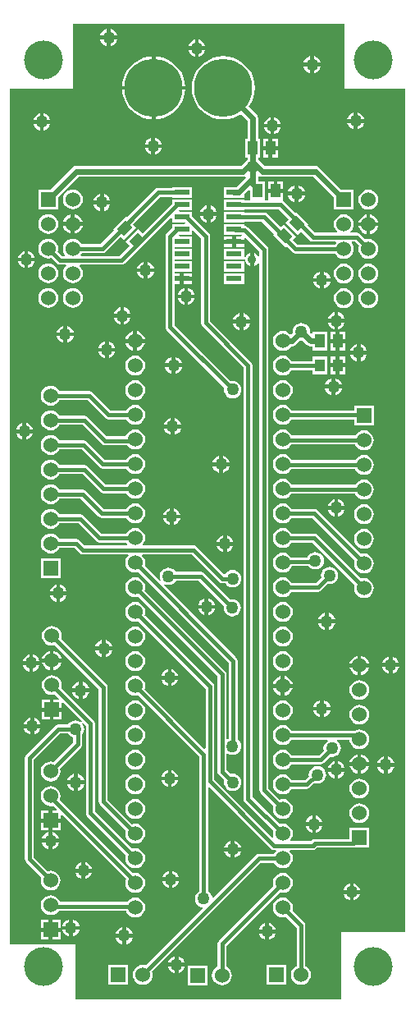
<source format=gbr>
%TF.GenerationSoftware,Altium Limited,Altium Designer,19.1.8 (144)*%
G04 Layer_Physical_Order=1*
G04 Layer_Color=255*
%FSLAX26Y26*%
%MOIN*%
%TF.FileFunction,Copper,L1,Top,Signal*%
%TF.Part,Single*%
G01*
G75*
%TA.AperFunction,SMDPad,CuDef*%
%ADD10R,0.041339X0.055118*%
%ADD11R,0.041339X0.051181*%
G04:AMPARAMS|DCode=12|XSize=51.181mil|YSize=41.339mil|CornerRadius=0mil|HoleSize=0mil|Usage=FLASHONLY|Rotation=315.000|XOffset=0mil|YOffset=0mil|HoleType=Round|Shape=Rectangle|*
%AMROTATEDRECTD12*
4,1,4,-0.032711,0.003480,-0.003480,0.032711,0.032711,-0.003480,0.003480,-0.032711,-0.032711,0.003480,0.0*
%
%ADD12ROTATEDRECTD12*%

%ADD13R,0.061024X0.023622*%
G04:AMPARAMS|DCode=14|XSize=51.181mil|YSize=41.339mil|CornerRadius=0mil|HoleSize=0mil|Usage=FLASHONLY|Rotation=225.000|XOffset=0mil|YOffset=0mil|HoleType=Round|Shape=Rectangle|*
%AMROTATEDRECTD14*
4,1,4,0.003480,0.032711,0.032711,0.003480,-0.003480,-0.032711,-0.032711,-0.003480,0.003480,0.032711,0.0*
%
%ADD14ROTATEDRECTD14*%

%TA.AperFunction,Conductor*%
%ADD15C,0.015748*%
%ADD16C,0.023622*%
%ADD17C,0.031496*%
%TA.AperFunction,ComponentPad*%
%ADD18R,0.060000X0.060000*%
%ADD19C,0.060000*%
%ADD20R,0.060000X0.060000*%
%ADD21C,0.236220*%
%TA.AperFunction,ViaPad*%
%ADD22C,0.157480*%
%ADD23C,0.050000*%
%ADD24C,0.035433*%
G36*
X1377953Y3720472D02*
X1625984D01*
Y299213D01*
X1366142D01*
Y23622D01*
X287402D01*
Y248031D01*
X19685D01*
Y3720472D01*
X275591D01*
Y3984252D01*
X1377953D01*
Y3720472D01*
D02*
G37*
%LPC*%
G36*
X429134Y3963399D02*
Y3937008D01*
X455525D01*
X455359Y3938271D01*
X451832Y3946785D01*
X446222Y3954096D01*
X438911Y3959706D01*
X430397Y3963233D01*
X429134Y3963399D01*
D02*
G37*
G36*
X413386D02*
X412123Y3963233D01*
X403609Y3959706D01*
X396298Y3954096D01*
X390687Y3946785D01*
X387161Y3938271D01*
X386994Y3937008D01*
X413386D01*
Y3963399D01*
D02*
G37*
G36*
X455525Y3921260D02*
X429134D01*
Y3894869D01*
X430397Y3895035D01*
X438911Y3898561D01*
X446222Y3904172D01*
X451832Y3911483D01*
X455359Y3919997D01*
X455525Y3921260D01*
D02*
G37*
G36*
X413386D02*
X386994D01*
X387161Y3919997D01*
X390687Y3911483D01*
X396298Y3904172D01*
X403609Y3898561D01*
X412123Y3895035D01*
X413386Y3894869D01*
Y3921260D01*
D02*
G37*
G36*
X787402Y3920092D02*
Y3893701D01*
X813793D01*
X813627Y3894964D01*
X810100Y3903478D01*
X804490Y3910789D01*
X797179Y3916399D01*
X788664Y3919926D01*
X787402Y3920092D01*
D02*
G37*
G36*
X771654D02*
X770391Y3919926D01*
X761877Y3916399D01*
X754565Y3910789D01*
X748955Y3903478D01*
X745428Y3894964D01*
X745262Y3893701D01*
X771654D01*
Y3920092D01*
D02*
G37*
G36*
X813793Y3877953D02*
X787402D01*
Y3851561D01*
X788664Y3851728D01*
X797179Y3855254D01*
X804490Y3860865D01*
X810100Y3868176D01*
X813627Y3876690D01*
X813793Y3877953D01*
D02*
G37*
G36*
X771654D02*
X745262D01*
X745428Y3876690D01*
X748955Y3868176D01*
X754565Y3860865D01*
X761877Y3855254D01*
X770391Y3851728D01*
X771654Y3851561D01*
Y3877953D01*
D02*
G37*
G36*
X1255906Y3853163D02*
Y3826772D01*
X1282297D01*
X1282131Y3828034D01*
X1278604Y3836549D01*
X1272994Y3843860D01*
X1265682Y3849470D01*
X1257168Y3852997D01*
X1255906Y3853163D01*
D02*
G37*
G36*
X1240158D02*
X1238895Y3852997D01*
X1230380Y3849470D01*
X1223069Y3843860D01*
X1217459Y3836549D01*
X1213932Y3828034D01*
X1213766Y3826772D01*
X1240158D01*
Y3853163D01*
D02*
G37*
G36*
X1282297Y3811024D02*
X1255906D01*
Y3784632D01*
X1257168Y3784798D01*
X1265682Y3788325D01*
X1272994Y3793935D01*
X1278604Y3801247D01*
X1282131Y3809761D01*
X1282297Y3811024D01*
D02*
G37*
G36*
X1240158D02*
X1213766D01*
X1213932Y3809761D01*
X1217459Y3801247D01*
X1223069Y3793935D01*
X1230380Y3788325D01*
X1238895Y3784798D01*
X1240158Y3784632D01*
Y3811024D01*
D02*
G37*
G36*
X611339Y3852887D02*
Y3732874D01*
X731351D01*
X730389Y3745103D01*
X725681Y3764711D01*
X717965Y3783341D01*
X707428Y3800534D01*
X694332Y3815868D01*
X678999Y3828964D01*
X661805Y3839500D01*
X643175Y3847217D01*
X623567Y3851924D01*
X611339Y3852887D01*
D02*
G37*
G36*
X595591D02*
X583362Y3851924D01*
X563754Y3847217D01*
X545124Y3839500D01*
X527931Y3828964D01*
X512597Y3815868D01*
X499501Y3800534D01*
X488965Y3783341D01*
X481248Y3764711D01*
X476540Y3745103D01*
X475578Y3732874D01*
X595591D01*
Y3852887D01*
D02*
G37*
G36*
X1433071Y3624817D02*
Y3598425D01*
X1459462D01*
X1459296Y3599688D01*
X1455769Y3608202D01*
X1450159Y3615514D01*
X1442848Y3621124D01*
X1434334Y3624650D01*
X1433071Y3624817D01*
D02*
G37*
G36*
X1417323D02*
X1416060Y3624650D01*
X1407546Y3621124D01*
X1400235Y3615514D01*
X1394624Y3608202D01*
X1391098Y3599688D01*
X1390931Y3598425D01*
X1417323D01*
Y3624817D01*
D02*
G37*
G36*
X731351Y3717126D02*
X611339D01*
Y3597113D01*
X623567Y3598076D01*
X643175Y3602783D01*
X661805Y3610500D01*
X678999Y3621036D01*
X694332Y3634132D01*
X707428Y3649466D01*
X717965Y3666659D01*
X725681Y3685289D01*
X730389Y3704897D01*
X731351Y3717126D01*
D02*
G37*
G36*
X595591D02*
X475578D01*
X476540Y3704897D01*
X481248Y3685289D01*
X488965Y3666659D01*
X499501Y3649466D01*
X512597Y3634132D01*
X527931Y3621036D01*
X545124Y3610500D01*
X563754Y3602783D01*
X583362Y3598076D01*
X595591Y3597113D01*
Y3717126D01*
D02*
G37*
G36*
X157480Y3620880D02*
Y3594488D01*
X183872D01*
X183705Y3595751D01*
X180179Y3604265D01*
X174569Y3611577D01*
X167257Y3617187D01*
X158743Y3620713D01*
X157480Y3620880D01*
D02*
G37*
G36*
X141732D02*
X140470Y3620713D01*
X131955Y3617187D01*
X124644Y3611577D01*
X119034Y3604265D01*
X115507Y3595751D01*
X115341Y3594488D01*
X141732D01*
Y3620880D01*
D02*
G37*
G36*
X1094488Y3605131D02*
Y3578740D01*
X1120880D01*
X1120713Y3580003D01*
X1117187Y3588517D01*
X1111576Y3595828D01*
X1104265Y3601439D01*
X1095751Y3604965D01*
X1094488Y3605131D01*
D02*
G37*
G36*
X1078740D02*
X1077477Y3604965D01*
X1068963Y3601439D01*
X1061652Y3595828D01*
X1056042Y3588517D01*
X1052515Y3580003D01*
X1052349Y3578740D01*
X1078740D01*
Y3605131D01*
D02*
G37*
G36*
X1459462Y3582677D02*
X1433071D01*
Y3556286D01*
X1434334Y3556452D01*
X1442848Y3559979D01*
X1450159Y3565589D01*
X1455769Y3572900D01*
X1459296Y3581414D01*
X1459462Y3582677D01*
D02*
G37*
G36*
X1417323D02*
X1390931D01*
X1391098Y3581414D01*
X1394624Y3572900D01*
X1400235Y3565589D01*
X1407546Y3559979D01*
X1416060Y3556452D01*
X1417323Y3556286D01*
Y3582677D01*
D02*
G37*
G36*
X183872Y3578740D02*
X157480D01*
Y3552349D01*
X158743Y3552515D01*
X167257Y3556042D01*
X174569Y3561652D01*
X180179Y3568963D01*
X183705Y3577477D01*
X183872Y3578740D01*
D02*
G37*
G36*
X141732D02*
X115341D01*
X115507Y3577477D01*
X119034Y3568963D01*
X124644Y3561652D01*
X131955Y3556042D01*
X140470Y3552515D01*
X141732Y3552349D01*
Y3578740D01*
D02*
G37*
G36*
X1120880Y3562992D02*
X1094488D01*
Y3536601D01*
X1095751Y3536767D01*
X1104265Y3540294D01*
X1111576Y3545904D01*
X1117187Y3553215D01*
X1120713Y3561729D01*
X1120880Y3562992D01*
D02*
G37*
G36*
X1078740D02*
X1052349D01*
X1052515Y3561729D01*
X1056042Y3553215D01*
X1061652Y3545904D01*
X1068963Y3540294D01*
X1077477Y3536767D01*
X1078740Y3536601D01*
Y3562992D01*
D02*
G37*
G36*
X610236Y3522454D02*
Y3496063D01*
X636628D01*
X636461Y3497326D01*
X632935Y3505840D01*
X627324Y3513151D01*
X620013Y3518761D01*
X611499Y3522288D01*
X610236Y3522454D01*
D02*
G37*
G36*
X594488D02*
X593225Y3522288D01*
X584711Y3518761D01*
X577400Y3513151D01*
X571790Y3505840D01*
X568263Y3497326D01*
X568097Y3496063D01*
X594488D01*
Y3522454D01*
D02*
G37*
G36*
X1109409Y3517874D02*
X1086614D01*
Y3488189D01*
X1109409D01*
Y3517874D01*
D02*
G37*
G36*
X1070866D02*
X1048071D01*
Y3488189D01*
X1070866D01*
Y3517874D01*
D02*
G37*
G36*
X636628Y3480315D02*
X610236D01*
Y3453924D01*
X611499Y3454090D01*
X620013Y3457617D01*
X627324Y3463227D01*
X632935Y3470538D01*
X636461Y3479052D01*
X636628Y3480315D01*
D02*
G37*
G36*
X594488D02*
X568097D01*
X568263Y3479052D01*
X571790Y3470538D01*
X577400Y3463227D01*
X584711Y3457617D01*
X593225Y3454090D01*
X594488Y3453924D01*
Y3480315D01*
D02*
G37*
G36*
X1109409Y3472441D02*
X1086614D01*
Y3442756D01*
X1109409D01*
Y3472441D01*
D02*
G37*
G36*
X1070866D02*
X1048071D01*
Y3442756D01*
X1070866D01*
Y3472441D01*
D02*
G37*
G36*
X886929Y3853506D02*
X866826Y3851924D01*
X847219Y3847217D01*
X828589Y3839500D01*
X811395Y3828964D01*
X796062Y3815868D01*
X782965Y3800534D01*
X772429Y3783341D01*
X764712Y3764711D01*
X760005Y3745103D01*
X758423Y3725000D01*
X760005Y3704897D01*
X764712Y3685289D01*
X772429Y3666659D01*
X782965Y3649466D01*
X796062Y3634132D01*
X811395Y3621036D01*
X828589Y3610500D01*
X847219Y3602783D01*
X866826Y3598076D01*
X886929Y3596494D01*
X907032Y3598076D01*
X926640Y3602783D01*
X945270Y3610500D01*
X958255Y3618457D01*
X984652Y3592060D01*
Y3517874D01*
X975236D01*
Y3442756D01*
X984652D01*
Y3434408D01*
X958308Y3408065D01*
X288977D01*
X288976Y3408065D01*
X280466Y3406372D01*
X273252Y3401552D01*
X273251Y3401551D01*
X184141Y3312441D01*
X135591D01*
Y3232441D01*
X215591D01*
Y3280991D01*
X298188Y3363588D01*
X967519D01*
X967520Y3363588D01*
X976030Y3365281D01*
X977045Y3365959D01*
X980232Y3362076D01*
X940592Y3322435D01*
X931102D01*
X928954Y3322008D01*
X890591D01*
Y3278386D01*
X928954D01*
X931102Y3277959D01*
X949803D01*
X949803Y3277959D01*
X951952Y3278386D01*
X971614D01*
Y3290558D01*
X990905Y3309849D01*
X995905Y3307778D01*
X995905Y3269528D01*
X991364Y3268421D01*
X971614D01*
Y3272008D01*
X890591D01*
Y3228386D01*
X971614D01*
Y3231973D01*
X1112333D01*
X1152892Y3191414D01*
X1140315Y3178837D01*
X1190648Y3128504D01*
X1203225Y3141081D01*
X1227271Y3117035D01*
X1227271Y3117035D01*
X1238452Y3105854D01*
X1244365Y3101903D01*
X1251339Y3100516D01*
X1251339Y3100516D01*
X1342408D01*
X1344873Y3095516D01*
X1341438Y3091039D01*
X1340631Y3089090D01*
X1188651D01*
X1169943Y3107799D01*
X1182519Y3120376D01*
X1132187Y3170708D01*
X1119610Y3158131D01*
X1064658Y3213083D01*
X1058746Y3217034D01*
X1051772Y3218421D01*
X1051771Y3218421D01*
X971614D01*
Y3222008D01*
X890591D01*
Y3178386D01*
X971614D01*
Y3181973D01*
X1044223D01*
X1093837Y3132359D01*
X1088814Y3127335D01*
X1139146Y3077003D01*
X1144170Y3082026D01*
X1168216Y3057980D01*
X1168216Y3057980D01*
X1174128Y3054029D01*
X1181102Y3052642D01*
X1181103Y3052642D01*
X1340631D01*
X1341438Y3050693D01*
X1347850Y3042338D01*
X1356205Y3035926D01*
X1365936Y3031896D01*
X1376378Y3030521D01*
X1386820Y3031896D01*
X1396551Y3035926D01*
X1404906Y3042338D01*
X1411318Y3050693D01*
X1415349Y3060424D01*
X1416723Y3070866D01*
X1415349Y3081308D01*
X1411318Y3091039D01*
X1407883Y3095516D01*
X1410348Y3100516D01*
X1420955D01*
X1438215Y3083257D01*
X1437408Y3081308D01*
X1436033Y3070866D01*
X1437408Y3060424D01*
X1441438Y3050693D01*
X1447850Y3042338D01*
X1456205Y3035926D01*
X1465936Y3031896D01*
X1476378Y3030521D01*
X1486820Y3031896D01*
X1496551Y3035926D01*
X1504906Y3042338D01*
X1511318Y3050693D01*
X1515349Y3060424D01*
X1516723Y3070866D01*
X1515349Y3081308D01*
X1511318Y3091039D01*
X1504906Y3099394D01*
X1496551Y3105806D01*
X1486820Y3109837D01*
X1476378Y3111211D01*
X1465936Y3109837D01*
X1463987Y3109030D01*
X1441390Y3131627D01*
X1435478Y3135577D01*
X1428504Y3136964D01*
X1428504Y3136964D01*
X1405681D01*
X1404074Y3141699D01*
X1404906Y3142338D01*
X1411318Y3150693D01*
X1415349Y3160424D01*
X1416723Y3170866D01*
X1415349Y3181308D01*
X1411318Y3191039D01*
X1404906Y3199394D01*
X1396551Y3205806D01*
X1386820Y3209837D01*
X1376378Y3211211D01*
X1365936Y3209837D01*
X1356205Y3205806D01*
X1347850Y3199394D01*
X1341438Y3191039D01*
X1337408Y3181308D01*
X1336033Y3170866D01*
X1337408Y3160424D01*
X1341438Y3150693D01*
X1347850Y3142338D01*
X1348682Y3141699D01*
X1347075Y3136964D01*
X1258888D01*
X1253044Y3142808D01*
X1253044Y3142808D01*
X1228998Y3166854D01*
X1234021Y3171877D01*
X1183688Y3222210D01*
X1178665Y3217187D01*
X1132768Y3263083D01*
X1130405Y3264663D01*
X1130079Y3269528D01*
X1130079Y3270894D01*
Y3299212D01*
X1099409D01*
X1068740D01*
Y3273421D01*
X1068740Y3269528D01*
X1064198Y3268421D01*
X1061786D01*
X1057244Y3269528D01*
X1057244Y3273421D01*
Y3344646D01*
X1029128D01*
Y3357283D01*
X1029128Y3357284D01*
X1029128Y3357284D01*
Y3365028D01*
X1034128Y3367701D01*
X1037750Y3365281D01*
X1046260Y3363588D01*
X1252206D01*
X1336378Y3279416D01*
Y3230866D01*
X1416378D01*
Y3310866D01*
X1367828D01*
X1277142Y3401552D01*
X1269928Y3406372D01*
X1261417Y3408065D01*
X1261417Y3408065D01*
X1055471D01*
X1029128Y3434408D01*
Y3442756D01*
X1036575D01*
Y3517874D01*
X1029128D01*
Y3601271D01*
X1029128Y3601272D01*
X1027435Y3609782D01*
X1022615Y3616997D01*
X1022614Y3616997D01*
X990549Y3649063D01*
X990893Y3649466D01*
X1001429Y3666659D01*
X1009146Y3685289D01*
X1013853Y3704897D01*
X1015436Y3725000D01*
X1013853Y3745103D01*
X1009146Y3764711D01*
X1001429Y3783341D01*
X990893Y3800534D01*
X977797Y3815868D01*
X962463Y3828964D01*
X945270Y3839500D01*
X926640Y3847217D01*
X907032Y3851924D01*
X886929Y3853506D01*
D02*
G37*
G36*
X1130079Y3344646D02*
X1107283D01*
Y3314960D01*
X1130079D01*
Y3344646D01*
D02*
G37*
G36*
X1091535D02*
X1068740D01*
Y3314960D01*
X1091535D01*
Y3344646D01*
D02*
G37*
G36*
X1192913Y3329541D02*
Y3303150D01*
X1219305D01*
X1219139Y3304412D01*
X1215612Y3312927D01*
X1210002Y3320238D01*
X1202690Y3325848D01*
X1194176Y3329375D01*
X1192913Y3329541D01*
D02*
G37*
G36*
X1177165D02*
X1175903Y3329375D01*
X1167388Y3325848D01*
X1160077Y3320238D01*
X1154467Y3312927D01*
X1150940Y3304412D01*
X1150774Y3303150D01*
X1177165D01*
Y3329541D01*
D02*
G37*
G36*
X759016Y3322008D02*
X677992D01*
Y3318421D01*
X623032D01*
X616058Y3317034D01*
X610145Y3313083D01*
X610145Y3313083D01*
X494563Y3197502D01*
X489540Y3202525D01*
X439207Y3152192D01*
X444231Y3147169D01*
X387727Y3090665D01*
X311338D01*
X310531Y3092613D01*
X304119Y3100969D01*
X295763Y3107381D01*
X286033Y3111411D01*
X275591Y3112786D01*
X265149Y3111411D01*
X255418Y3107381D01*
X247062Y3100969D01*
X240651Y3092613D01*
X236620Y3082883D01*
X235245Y3072441D01*
X236620Y3061999D01*
X240651Y3052268D01*
X244086Y3047791D01*
X241620Y3042791D01*
X231013D01*
X213754Y3060050D01*
X214561Y3061999D01*
X215936Y3072441D01*
X214561Y3082883D01*
X210531Y3092613D01*
X204119Y3100969D01*
X195763Y3107381D01*
X186033Y3111411D01*
X175591Y3112786D01*
X165149Y3111411D01*
X155418Y3107381D01*
X147062Y3100969D01*
X140651Y3092613D01*
X136620Y3082883D01*
X135245Y3072441D01*
X136620Y3061999D01*
X140651Y3052268D01*
X147062Y3043912D01*
X155418Y3037501D01*
X165149Y3033470D01*
X175591Y3032096D01*
X186033Y3033470D01*
X187981Y3034278D01*
X210578Y3011681D01*
X210578Y3011680D01*
X216490Y3007730D01*
X223465Y3006343D01*
X223465Y3006343D01*
X246287D01*
X247895Y3001608D01*
X247062Y3000969D01*
X240651Y2992613D01*
X236620Y2982883D01*
X235245Y2972441D01*
X236620Y2961999D01*
X240651Y2952268D01*
X247062Y2943912D01*
X255418Y2937501D01*
X265149Y2933470D01*
X275591Y2932096D01*
X286033Y2933470D01*
X295763Y2937501D01*
X304119Y2943912D01*
X310531Y2952268D01*
X314561Y2961999D01*
X315936Y2972441D01*
X314561Y2982883D01*
X310531Y2992613D01*
X304119Y3000969D01*
X303287Y3001608D01*
X304894Y3006343D01*
X474173D01*
X474173Y3006343D01*
X481147Y3007730D01*
X487060Y3011680D01*
X533389Y3058010D01*
X534082Y3057318D01*
X584415Y3107650D01*
X583722Y3108343D01*
X673373Y3197994D01*
X677992Y3196080D01*
Y3178386D01*
X730318D01*
X731303Y3177008D01*
X728732Y3172008D01*
X677992D01*
Y3154159D01*
X657232Y3133398D01*
X653281Y3127486D01*
X651894Y3120512D01*
X651894Y3120511D01*
Y2755079D01*
X651894Y2755079D01*
X653281Y2748105D01*
X657232Y2742192D01*
X891004Y2508420D01*
X889895Y2500000D01*
X891098Y2490863D01*
X894625Y2482349D01*
X900235Y2475038D01*
X907546Y2469428D01*
X916060Y2465901D01*
X925197Y2464698D01*
X934334Y2465901D01*
X942848Y2469428D01*
X950159Y2475038D01*
X955769Y2482349D01*
X959296Y2490863D01*
X960499Y2500000D01*
X959296Y2509137D01*
X955769Y2517651D01*
X950159Y2524962D01*
X942848Y2530572D01*
X934334Y2534099D01*
X925197Y2535302D01*
X916777Y2534193D01*
X688342Y2762628D01*
Y2928386D01*
X710630D01*
Y2950197D01*
Y2972008D01*
X688342D01*
Y2978386D01*
X759016D01*
Y3022008D01*
X688342D01*
Y3028386D01*
X759016D01*
Y3072008D01*
X688342D01*
Y3078386D01*
X759016D01*
Y3122008D01*
X708276D01*
X705705Y3127008D01*
X706690Y3128386D01*
X759016D01*
Y3146080D01*
X763635Y3147994D01*
X797721Y3113908D01*
Y2769686D01*
X797721Y2769685D01*
X799108Y2762711D01*
X803058Y2756799D01*
X968980Y2590877D01*
X968981Y839174D01*
X968980Y839173D01*
X970368Y832199D01*
X974318Y826287D01*
X1090774Y709831D01*
X1089966Y707883D01*
X1088592Y697441D01*
X1089966Y686999D01*
X1090681Y685273D01*
X1086443Y682441D01*
X851059Y917824D01*
Y1293543D01*
X851059Y1293543D01*
X849672Y1300517D01*
X845721Y1306430D01*
X567101Y1585050D01*
X567908Y1586999D01*
X569282Y1597441D01*
X567908Y1607883D01*
X563877Y1617613D01*
X557465Y1625969D01*
X549110Y1632381D01*
X539379Y1636411D01*
X528937Y1637786D01*
X518495Y1636411D01*
X508764Y1632381D01*
X500409Y1625969D01*
X493997Y1617613D01*
X489966Y1607883D01*
X488592Y1597441D01*
X489966Y1586999D01*
X493997Y1577268D01*
X500409Y1568912D01*
X508764Y1562501D01*
X518495Y1558470D01*
X528937Y1557096D01*
X539379Y1558470D01*
X541327Y1559277D01*
X814610Y1285995D01*
Y1044073D01*
X809991Y1042160D01*
X567101Y1285050D01*
X567908Y1286999D01*
X569282Y1297441D01*
X567908Y1307883D01*
X563877Y1317613D01*
X557465Y1325969D01*
X549110Y1332381D01*
X539379Y1336411D01*
X528937Y1337786D01*
X518495Y1336411D01*
X508764Y1332381D01*
X500409Y1325969D01*
X493997Y1317613D01*
X489966Y1307883D01*
X488592Y1297441D01*
X489966Y1286999D01*
X493997Y1277268D01*
X500409Y1268912D01*
X508764Y1262501D01*
X518495Y1258470D01*
X528937Y1257096D01*
X539379Y1258470D01*
X541327Y1259277D01*
X788862Y1011743D01*
Y463204D01*
X782124Y458033D01*
X776514Y450722D01*
X772987Y442208D01*
X771785Y433071D01*
X772987Y423934D01*
X776514Y415420D01*
X782124Y408109D01*
X789436Y402498D01*
X797950Y398972D01*
X801314Y398529D01*
X803106Y393250D01*
X572036Y162179D01*
X570088Y162986D01*
X559646Y164361D01*
X549203Y162986D01*
X539473Y158956D01*
X531117Y152544D01*
X524706Y144188D01*
X520675Y134458D01*
X519300Y124016D01*
X520675Y113574D01*
X524706Y103843D01*
X531117Y95487D01*
X539473Y89076D01*
X549203Y85045D01*
X559646Y83671D01*
X570088Y85045D01*
X579818Y89076D01*
X588174Y95487D01*
X594586Y103843D01*
X598616Y113574D01*
X599991Y124016D01*
X598616Y134458D01*
X597809Y136406D01*
X1040620Y579217D01*
X1093190D01*
X1093997Y577268D01*
X1100409Y568913D01*
X1108764Y562501D01*
X1118495Y558470D01*
X1128937Y557096D01*
X1139379Y558470D01*
X1149110Y562501D01*
X1157465Y568913D01*
X1163877Y577268D01*
X1167908Y586999D01*
X1169282Y597441D01*
X1167908Y607883D01*
X1163877Y617614D01*
X1157465Y625969D01*
X1156633Y626608D01*
X1158240Y631343D01*
X1251476D01*
X1251476Y631343D01*
X1258450Y632730D01*
X1264363Y636680D01*
X1267450Y639768D01*
X1417834D01*
X1417835Y639768D01*
X1419596Y640118D01*
X1479961D01*
Y720118D01*
X1399961D01*
Y676216D01*
X1259901D01*
X1252927Y674829D01*
X1247015Y670879D01*
X1247015Y670878D01*
X1243928Y667791D01*
X1162907D01*
X1160442Y672791D01*
X1163877Y677268D01*
X1167908Y686999D01*
X1169282Y697441D01*
X1167908Y707883D01*
X1163877Y717614D01*
X1157465Y725969D01*
X1149110Y732381D01*
X1139379Y736411D01*
X1128937Y737786D01*
X1118495Y736411D01*
X1116546Y735604D01*
X1005429Y846722D01*
X1005429Y2598425D01*
X1005429Y2598425D01*
X1004042Y2605399D01*
X1000091Y2611312D01*
X1000091Y2611312D01*
X834169Y2777234D01*
Y3121456D01*
X834169Y3121457D01*
X832782Y3128431D01*
X828831Y3134343D01*
X828831Y3134343D01*
X759016Y3204159D01*
Y3222008D01*
X708276D01*
X705705Y3227008D01*
X706690Y3228386D01*
X759016D01*
Y3272008D01*
X677992D01*
Y3254159D01*
X557949Y3134116D01*
X541042Y3151023D01*
X490709Y3100691D01*
X507616Y3083783D01*
X466624Y3042791D01*
X309561D01*
X307095Y3047791D01*
X310531Y3052268D01*
X311338Y3054217D01*
X395275D01*
X395276Y3054217D01*
X402250Y3055604D01*
X408162Y3059554D01*
X470004Y3121396D01*
X482580Y3108819D01*
X532913Y3159152D01*
X520336Y3171729D01*
X630580Y3281973D01*
X677992D01*
Y3278386D01*
X759016D01*
Y3322008D01*
D02*
G37*
G36*
X401575Y3294108D02*
Y3267716D01*
X427966D01*
X427800Y3268979D01*
X424273Y3277494D01*
X418663Y3284805D01*
X411352Y3290415D01*
X402838Y3293942D01*
X401575Y3294108D01*
D02*
G37*
G36*
X385827D02*
X384564Y3293942D01*
X376050Y3290415D01*
X368738Y3284805D01*
X363128Y3277494D01*
X359602Y3268979D01*
X359435Y3267716D01*
X385827D01*
Y3294108D01*
D02*
G37*
G36*
X1219305Y3287402D02*
X1192913D01*
Y3261010D01*
X1194176Y3261177D01*
X1202690Y3264703D01*
X1210002Y3270313D01*
X1215612Y3277625D01*
X1219139Y3286139D01*
X1219305Y3287402D01*
D02*
G37*
G36*
X1177165D02*
X1150774D01*
X1150940Y3286139D01*
X1154467Y3277625D01*
X1160077Y3270313D01*
X1167388Y3264703D01*
X1175903Y3261177D01*
X1177165Y3261010D01*
Y3287402D01*
D02*
G37*
G36*
X275591Y3312786D02*
X265149Y3311411D01*
X255418Y3307381D01*
X247062Y3300969D01*
X240651Y3292613D01*
X236620Y3282883D01*
X235245Y3272441D01*
X236620Y3261999D01*
X240651Y3252268D01*
X247062Y3243912D01*
X255418Y3237501D01*
X265149Y3233470D01*
X275591Y3232096D01*
X286033Y3233470D01*
X295763Y3237501D01*
X304119Y3243912D01*
X310531Y3252268D01*
X314561Y3261999D01*
X315936Y3272441D01*
X314561Y3282883D01*
X310531Y3292613D01*
X304119Y3300969D01*
X295763Y3307381D01*
X286033Y3311411D01*
X275591Y3312786D01*
D02*
G37*
G36*
X1476378Y3311211D02*
X1465936Y3309837D01*
X1456205Y3305806D01*
X1447850Y3299394D01*
X1441438Y3291039D01*
X1437408Y3281308D01*
X1436033Y3270866D01*
X1437408Y3260424D01*
X1441438Y3250693D01*
X1447850Y3242338D01*
X1456205Y3235926D01*
X1465936Y3231896D01*
X1476378Y3230521D01*
X1486820Y3231896D01*
X1496551Y3235926D01*
X1504906Y3242338D01*
X1511318Y3250693D01*
X1515349Y3260424D01*
X1516723Y3270866D01*
X1515349Y3281308D01*
X1511318Y3291039D01*
X1504906Y3299394D01*
X1496551Y3305806D01*
X1486820Y3309837D01*
X1476378Y3311211D01*
D02*
G37*
G36*
X427966Y3251968D02*
X401575D01*
Y3225577D01*
X402838Y3225743D01*
X411352Y3229270D01*
X418663Y3234880D01*
X424273Y3242191D01*
X427800Y3250706D01*
X427966Y3251968D01*
D02*
G37*
G36*
X385827D02*
X359435D01*
X359602Y3250706D01*
X363128Y3242191D01*
X368738Y3234880D01*
X376050Y3229270D01*
X384564Y3225743D01*
X385827Y3225577D01*
Y3251968D01*
D02*
G37*
G36*
X834646Y3246864D02*
Y3220472D01*
X861037D01*
X860871Y3221735D01*
X857344Y3230249D01*
X851734Y3237561D01*
X844423Y3243171D01*
X835909Y3246698D01*
X834646Y3246864D01*
D02*
G37*
G36*
X818898D02*
X817635Y3246698D01*
X809121Y3243171D01*
X801809Y3237561D01*
X796199Y3230249D01*
X792673Y3221735D01*
X792506Y3220472D01*
X818898D01*
Y3246864D01*
D02*
G37*
G36*
X283464Y3211749D02*
Y3180315D01*
X314899D01*
X314561Y3182883D01*
X310531Y3192613D01*
X304119Y3200969D01*
X295763Y3207381D01*
X286033Y3211411D01*
X283464Y3211749D01*
D02*
G37*
G36*
X267716D02*
X265149Y3211411D01*
X255418Y3207381D01*
X247062Y3200969D01*
X240651Y3192613D01*
X236620Y3182883D01*
X236282Y3180315D01*
X267716D01*
Y3211749D01*
D02*
G37*
G36*
X1484252Y3210175D02*
Y3178740D01*
X1515687D01*
X1515349Y3181308D01*
X1511318Y3191039D01*
X1504906Y3199394D01*
X1496551Y3205806D01*
X1486820Y3209837D01*
X1484252Y3210175D01*
D02*
G37*
G36*
X1468504D02*
X1465936Y3209837D01*
X1456205Y3205806D01*
X1447850Y3199394D01*
X1441438Y3191039D01*
X1437408Y3181308D01*
X1437069Y3178740D01*
X1468504D01*
Y3210175D01*
D02*
G37*
G36*
X861037Y3204724D02*
X834646D01*
Y3178333D01*
X835909Y3178499D01*
X844423Y3182026D01*
X851734Y3187636D01*
X857344Y3194947D01*
X860871Y3203462D01*
X861037Y3204724D01*
D02*
G37*
G36*
X818898D02*
X792506D01*
X792673Y3203462D01*
X796199Y3194947D01*
X801809Y3187636D01*
X809121Y3182026D01*
X817635Y3178499D01*
X818898Y3178333D01*
Y3204724D01*
D02*
G37*
G36*
X267716Y3164567D02*
X236282D01*
X236620Y3161999D01*
X240651Y3152268D01*
X247062Y3143912D01*
X255418Y3137501D01*
X265149Y3133470D01*
X267716Y3133132D01*
Y3164567D01*
D02*
G37*
G36*
X314899D02*
X283464D01*
Y3133132D01*
X286033Y3133470D01*
X295763Y3137501D01*
X304119Y3143912D01*
X310531Y3152268D01*
X314561Y3161999D01*
X314899Y3164567D01*
D02*
G37*
G36*
X175591Y3212786D02*
X165149Y3211411D01*
X155418Y3207381D01*
X147062Y3200969D01*
X140651Y3192613D01*
X136620Y3182883D01*
X135245Y3172441D01*
X136620Y3161999D01*
X140651Y3152268D01*
X147062Y3143912D01*
X155418Y3137501D01*
X165149Y3133470D01*
X175591Y3132096D01*
X186033Y3133470D01*
X195763Y3137501D01*
X204119Y3143912D01*
X210531Y3152268D01*
X214561Y3161999D01*
X215936Y3172441D01*
X214561Y3182883D01*
X210531Y3192613D01*
X204119Y3200969D01*
X195763Y3207381D01*
X186033Y3211411D01*
X175591Y3212786D01*
D02*
G37*
G36*
X1515687Y3162992D02*
X1484252D01*
Y3131557D01*
X1486820Y3131896D01*
X1496551Y3135926D01*
X1504906Y3142338D01*
X1511318Y3150693D01*
X1515349Y3160424D01*
X1515687Y3162992D01*
D02*
G37*
G36*
X1468504D02*
X1437069D01*
X1437408Y3160424D01*
X1441438Y3150693D01*
X1447850Y3142338D01*
X1456205Y3135926D01*
X1465936Y3131896D01*
X1468504Y3131557D01*
Y3162992D01*
D02*
G37*
G36*
X923228Y3122008D02*
X890591D01*
Y3108071D01*
X923228D01*
Y3122008D01*
D02*
G37*
G36*
X971614Y3092323D02*
X938976D01*
Y3078386D01*
X971614D01*
Y3092323D01*
D02*
G37*
G36*
X923228D02*
X890591D01*
Y3078386D01*
X923228D01*
Y3092323D01*
D02*
G37*
G36*
X971614Y3172008D02*
X890591D01*
Y3128386D01*
X933278D01*
X935039Y3128036D01*
X935040Y3128036D01*
X961865D01*
X962552Y3127008D01*
X959880Y3122008D01*
X938976D01*
Y3108071D01*
X971614D01*
Y3115175D01*
X976234Y3117088D01*
X1033941Y3059381D01*
Y3040615D01*
X1028941Y3039621D01*
X1028147Y3041537D01*
X1023705Y3047327D01*
X1017915Y3051769D01*
X1011811Y3054298D01*
Y3027559D01*
Y3000820D01*
X1017915Y3003349D01*
X1023705Y3007791D01*
X1028147Y3013581D01*
X1028941Y3015497D01*
X1033941Y3014503D01*
X1033941Y874213D01*
X1033941Y874212D01*
X1035328Y867238D01*
X1039279Y861326D01*
X1090774Y809831D01*
X1089966Y807883D01*
X1088592Y797441D01*
X1089966Y786999D01*
X1093997Y777268D01*
X1100409Y768913D01*
X1108764Y762501D01*
X1118495Y758470D01*
X1128937Y757096D01*
X1139379Y758470D01*
X1149110Y762501D01*
X1157465Y768913D01*
X1163877Y777268D01*
X1167908Y786999D01*
X1169282Y797441D01*
X1167908Y807883D01*
X1163877Y817614D01*
X1157465Y825969D01*
X1149110Y832381D01*
X1139379Y836411D01*
X1128937Y837786D01*
X1118495Y836411D01*
X1116546Y835604D01*
X1070390Y881761D01*
X1070389Y3066929D01*
X1070390Y3066929D01*
X1069002Y3073903D01*
X1065052Y3079816D01*
X1065052Y3079816D01*
X985721Y3159146D01*
X979809Y3163097D01*
X972835Y3164484D01*
X971614Y3169225D01*
Y3172008D01*
D02*
G37*
G36*
X94488Y3061825D02*
Y3035433D01*
X120880D01*
X120713Y3036696D01*
X117187Y3045210D01*
X111576Y3052521D01*
X104265Y3058131D01*
X95751Y3061658D01*
X94488Y3061825D01*
D02*
G37*
G36*
X78740D02*
X77477Y3061658D01*
X68963Y3058131D01*
X61652Y3052521D01*
X56042Y3045210D01*
X52515Y3036696D01*
X52349Y3035433D01*
X78740D01*
Y3061825D01*
D02*
G37*
G36*
X971614Y3072008D02*
X890591D01*
Y3028386D01*
X969904D01*
X969904Y3028386D01*
X974536Y3027491D01*
X976555Y3023200D01*
X976934Y3020324D01*
X979727Y3013581D01*
X984169Y3007791D01*
X989959Y3003349D01*
X996063Y3000820D01*
Y3027559D01*
Y3054298D01*
X989959Y3051769D01*
X984169Y3047327D01*
X979727Y3041537D01*
X977648Y3036518D01*
X975444Y3032442D01*
X975443D01*
Y3032443D01*
X971625Y3032693D01*
X971614Y3032750D01*
X971614Y3033257D01*
Y3072008D01*
D02*
G37*
G36*
X120880Y3019685D02*
X94488D01*
Y2993294D01*
X95751Y2993460D01*
X104265Y2996987D01*
X111576Y3002597D01*
X117187Y3009908D01*
X120713Y3018422D01*
X120880Y3019685D01*
D02*
G37*
G36*
X78740D02*
X52349D01*
X52515Y3018422D01*
X56042Y3009908D01*
X61652Y3002597D01*
X68963Y2996987D01*
X77477Y2993460D01*
X78740Y2993294D01*
Y3019685D01*
D02*
G37*
G36*
X578740Y3018517D02*
Y2992126D01*
X605131D01*
X604965Y2993389D01*
X601438Y3001903D01*
X595828Y3009214D01*
X588517Y3014824D01*
X580003Y3018351D01*
X578740Y3018517D01*
D02*
G37*
G36*
X562992D02*
X561729Y3018351D01*
X553215Y3014824D01*
X545904Y3009214D01*
X540294Y3001903D01*
X536767Y2993389D01*
X536601Y2992126D01*
X562992D01*
Y3018517D01*
D02*
G37*
G36*
X971614Y3022008D02*
X890591D01*
Y2978386D01*
X971614D01*
Y3022008D01*
D02*
G37*
G36*
X759016Y2972008D02*
X726378D01*
Y2958071D01*
X759016D01*
Y2972008D01*
D02*
G37*
G36*
X1295276Y2979147D02*
Y2952756D01*
X1321667D01*
X1321501Y2954019D01*
X1317974Y2962533D01*
X1312364Y2969844D01*
X1305053Y2975454D01*
X1296538Y2978981D01*
X1295276Y2979147D01*
D02*
G37*
G36*
X1279528D02*
X1278265Y2978981D01*
X1269751Y2975454D01*
X1262439Y2969844D01*
X1256829Y2962533D01*
X1253303Y2954019D01*
X1253136Y2952756D01*
X1279528D01*
Y2979147D01*
D02*
G37*
G36*
X605131Y2976378D02*
X578740D01*
Y2949987D01*
X580003Y2950153D01*
X588517Y2953680D01*
X595828Y2959290D01*
X601438Y2966601D01*
X604965Y2975115D01*
X605131Y2976378D01*
D02*
G37*
G36*
X562992D02*
X536601D01*
X536767Y2975115D01*
X540294Y2966601D01*
X545904Y2959290D01*
X553215Y2953680D01*
X561729Y2950153D01*
X562992Y2949987D01*
Y2976378D01*
D02*
G37*
G36*
X175591Y3012786D02*
X165149Y3011411D01*
X155418Y3007381D01*
X147062Y3000969D01*
X140651Y2992613D01*
X136620Y2982883D01*
X135245Y2972441D01*
X136620Y2961999D01*
X140651Y2952268D01*
X147062Y2943912D01*
X155418Y2937501D01*
X165149Y2933470D01*
X175591Y2932096D01*
X186033Y2933470D01*
X195763Y2937501D01*
X204119Y2943912D01*
X210531Y2952268D01*
X214561Y2961999D01*
X215936Y2972441D01*
X214561Y2982883D01*
X210531Y2992613D01*
X204119Y3000969D01*
X195763Y3007381D01*
X186033Y3011411D01*
X175591Y3012786D01*
D02*
G37*
G36*
X1476378Y3011211D02*
X1465936Y3009837D01*
X1456205Y3005806D01*
X1447850Y2999394D01*
X1441438Y2991039D01*
X1437408Y2981308D01*
X1436033Y2970866D01*
X1437408Y2960424D01*
X1441438Y2950693D01*
X1447850Y2942338D01*
X1456205Y2935926D01*
X1465936Y2931896D01*
X1476378Y2930521D01*
X1486820Y2931896D01*
X1496551Y2935926D01*
X1504906Y2942338D01*
X1511318Y2950693D01*
X1515349Y2960424D01*
X1516723Y2970866D01*
X1515349Y2981308D01*
X1511318Y2991039D01*
X1504906Y2999394D01*
X1496551Y3005806D01*
X1486820Y3009837D01*
X1476378Y3011211D01*
D02*
G37*
G36*
X1376378D02*
X1365936Y3009837D01*
X1356205Y3005806D01*
X1347850Y2999394D01*
X1341438Y2991039D01*
X1337408Y2981308D01*
X1336033Y2970866D01*
X1337408Y2960424D01*
X1341438Y2950693D01*
X1347850Y2942338D01*
X1356205Y2935926D01*
X1365936Y2931896D01*
X1376378Y2930521D01*
X1386820Y2931896D01*
X1396551Y2935926D01*
X1404906Y2942338D01*
X1411318Y2950693D01*
X1415349Y2960424D01*
X1416723Y2970866D01*
X1415349Y2981308D01*
X1411318Y2991039D01*
X1404906Y2999394D01*
X1396551Y3005806D01*
X1386820Y3009837D01*
X1376378Y3011211D01*
D02*
G37*
G36*
X971614Y2972008D02*
X890591D01*
Y2928386D01*
X971614D01*
Y2972008D01*
D02*
G37*
G36*
X759016Y2942323D02*
X726378D01*
Y2928386D01*
X759016D01*
Y2942323D01*
D02*
G37*
G36*
X1321667Y2937008D02*
X1295276D01*
Y2910617D01*
X1296538Y2910783D01*
X1305053Y2914309D01*
X1312364Y2919920D01*
X1317974Y2927231D01*
X1321501Y2935745D01*
X1321667Y2937008D01*
D02*
G37*
G36*
X1279528D02*
X1253136D01*
X1253303Y2935745D01*
X1256829Y2927231D01*
X1262439Y2919920D01*
X1269751Y2914309D01*
X1278265Y2910783D01*
X1279528Y2910617D01*
Y2937008D01*
D02*
G37*
G36*
X744095Y2912218D02*
Y2885827D01*
X770486D01*
X770320Y2887090D01*
X766793Y2895604D01*
X761183Y2902915D01*
X753871Y2908525D01*
X745357Y2912052D01*
X744095Y2912218D01*
D02*
G37*
G36*
X728346D02*
X727084Y2912052D01*
X718569Y2908525D01*
X711258Y2902915D01*
X705648Y2895604D01*
X702121Y2887090D01*
X701955Y2885827D01*
X728346D01*
Y2912218D01*
D02*
G37*
G36*
X770486Y2870079D02*
X744095D01*
Y2843687D01*
X745357Y2843854D01*
X753871Y2847380D01*
X761183Y2852990D01*
X766793Y2860302D01*
X770320Y2868816D01*
X770486Y2870079D01*
D02*
G37*
G36*
X728346D02*
X701955D01*
X702121Y2868816D01*
X705648Y2860302D01*
X711258Y2852990D01*
X718569Y2847380D01*
X727084Y2843854D01*
X728346Y2843687D01*
Y2870079D01*
D02*
G37*
G36*
X275591Y2912786D02*
X265149Y2911411D01*
X255418Y2907381D01*
X247062Y2900969D01*
X240651Y2892613D01*
X236620Y2882883D01*
X235245Y2872441D01*
X236620Y2861999D01*
X240651Y2852268D01*
X247062Y2843912D01*
X255418Y2837501D01*
X265149Y2833470D01*
X275591Y2832096D01*
X286033Y2833470D01*
X295763Y2837501D01*
X304119Y2843912D01*
X310531Y2852268D01*
X314561Y2861999D01*
X315936Y2872441D01*
X314561Y2882883D01*
X310531Y2892613D01*
X304119Y2900969D01*
X295763Y2907381D01*
X286033Y2911411D01*
X275591Y2912786D01*
D02*
G37*
G36*
X175591D02*
X165149Y2911411D01*
X155418Y2907381D01*
X147062Y2900969D01*
X140651Y2892613D01*
X136620Y2882883D01*
X135245Y2872441D01*
X136620Y2861999D01*
X140651Y2852268D01*
X147062Y2843912D01*
X155418Y2837501D01*
X165149Y2833470D01*
X175591Y2832096D01*
X186033Y2833470D01*
X195763Y2837501D01*
X204119Y2843912D01*
X210531Y2852268D01*
X214561Y2861999D01*
X215936Y2872441D01*
X214561Y2882883D01*
X210531Y2892613D01*
X204119Y2900969D01*
X195763Y2907381D01*
X186033Y2911411D01*
X175591Y2912786D01*
D02*
G37*
G36*
X1476378Y2911211D02*
X1465936Y2909837D01*
X1456205Y2905806D01*
X1447850Y2899394D01*
X1441438Y2891039D01*
X1437408Y2881308D01*
X1436033Y2870866D01*
X1437408Y2860424D01*
X1441438Y2850693D01*
X1447850Y2842338D01*
X1456205Y2835926D01*
X1465936Y2831896D01*
X1476378Y2830521D01*
X1486820Y2831896D01*
X1496551Y2835926D01*
X1504906Y2842338D01*
X1511318Y2850693D01*
X1515349Y2860424D01*
X1516723Y2870866D01*
X1515349Y2881308D01*
X1511318Y2891039D01*
X1504906Y2899394D01*
X1496551Y2905806D01*
X1486820Y2909837D01*
X1476378Y2911211D01*
D02*
G37*
G36*
X1376378D02*
X1365936Y2909837D01*
X1356205Y2905806D01*
X1347850Y2899394D01*
X1341438Y2891039D01*
X1337408Y2881308D01*
X1336033Y2870866D01*
X1337408Y2860424D01*
X1341438Y2850693D01*
X1347850Y2842338D01*
X1356205Y2835926D01*
X1365936Y2831896D01*
X1376378Y2830521D01*
X1386820Y2831896D01*
X1396551Y2835926D01*
X1404906Y2842338D01*
X1411318Y2850693D01*
X1415349Y2860424D01*
X1416723Y2870866D01*
X1415349Y2881308D01*
X1411318Y2891039D01*
X1404906Y2899394D01*
X1396551Y2905806D01*
X1386820Y2909837D01*
X1376378Y2911211D01*
D02*
G37*
G36*
X484252Y2833478D02*
Y2807087D01*
X510643D01*
X510477Y2808349D01*
X506950Y2816864D01*
X501340Y2824175D01*
X494029Y2829785D01*
X485515Y2833312D01*
X484252Y2833478D01*
D02*
G37*
G36*
X468504D02*
X467241Y2833312D01*
X458727Y2829785D01*
X451416Y2824175D01*
X445806Y2816864D01*
X442279Y2808349D01*
X442113Y2807087D01*
X468504D01*
Y2833478D01*
D02*
G37*
G36*
X1354331Y2813793D02*
Y2787402D01*
X1380722D01*
X1380556Y2788664D01*
X1377029Y2797179D01*
X1371419Y2804490D01*
X1364108Y2810100D01*
X1355593Y2813627D01*
X1354331Y2813793D01*
D02*
G37*
G36*
X1338583D02*
X1337320Y2813627D01*
X1328806Y2810100D01*
X1321494Y2804490D01*
X1315884Y2797179D01*
X1312358Y2788664D01*
X1312191Y2787402D01*
X1338583D01*
Y2813793D01*
D02*
G37*
G36*
X968504Y2809856D02*
Y2783465D01*
X994895D01*
X994729Y2784727D01*
X991202Y2793242D01*
X985592Y2800553D01*
X978281Y2806163D01*
X969767Y2809690D01*
X968504Y2809856D01*
D02*
G37*
G36*
X952756D02*
X951493Y2809690D01*
X942979Y2806163D01*
X935668Y2800553D01*
X930058Y2793242D01*
X926531Y2784727D01*
X926365Y2783465D01*
X952756D01*
Y2809856D01*
D02*
G37*
G36*
X510643Y2791339D02*
X484252D01*
Y2764947D01*
X485515Y2765113D01*
X494029Y2768640D01*
X501340Y2774250D01*
X506950Y2781562D01*
X510477Y2790076D01*
X510643Y2791339D01*
D02*
G37*
G36*
X468504D02*
X442113D01*
X442279Y2790076D01*
X445806Y2781562D01*
X451416Y2774250D01*
X458727Y2768640D01*
X467241Y2765113D01*
X468504Y2764947D01*
Y2791339D01*
D02*
G37*
G36*
X1380722Y2771654D02*
X1354331D01*
Y2745262D01*
X1355593Y2745428D01*
X1364108Y2748955D01*
X1371419Y2754565D01*
X1377029Y2761877D01*
X1380556Y2770391D01*
X1380722Y2771654D01*
D02*
G37*
G36*
X1338583D02*
X1312191D01*
X1312358Y2770391D01*
X1315884Y2761877D01*
X1321494Y2754565D01*
X1328806Y2748955D01*
X1337320Y2745428D01*
X1338583Y2745262D01*
Y2771654D01*
D02*
G37*
G36*
X994895Y2767717D02*
X968504D01*
Y2741325D01*
X969767Y2741492D01*
X978281Y2745018D01*
X985592Y2750628D01*
X991202Y2757940D01*
X994729Y2766454D01*
X994895Y2767717D01*
D02*
G37*
G36*
X952756D02*
X926365D01*
X926531Y2766454D01*
X930058Y2757940D01*
X935668Y2750628D01*
X942979Y2745018D01*
X951493Y2741492D01*
X952756Y2741325D01*
Y2767717D01*
D02*
G37*
G36*
X251969Y2758675D02*
Y2732283D01*
X278360D01*
X278194Y2733546D01*
X274667Y2742060D01*
X269057Y2749372D01*
X261745Y2754982D01*
X253231Y2758508D01*
X251969Y2758675D01*
D02*
G37*
G36*
X236220D02*
X234958Y2758508D01*
X226444Y2754982D01*
X219132Y2749372D01*
X213522Y2742060D01*
X209995Y2733546D01*
X209829Y2732283D01*
X236220D01*
Y2758675D01*
D02*
G37*
G36*
X1204232Y2769948D02*
X1195096Y2768745D01*
X1186581Y2765218D01*
X1179270Y2759608D01*
X1173660Y2752297D01*
X1170133Y2743782D01*
X1168930Y2734646D01*
X1169379Y2731242D01*
X1163030Y2724893D01*
X1158041Y2725220D01*
X1157465Y2725969D01*
X1149110Y2732381D01*
X1139379Y2736411D01*
X1128937Y2737786D01*
X1118495Y2736411D01*
X1108764Y2732381D01*
X1100409Y2725969D01*
X1093997Y2717613D01*
X1089966Y2707883D01*
X1088592Y2697441D01*
X1089966Y2686999D01*
X1093997Y2677268D01*
X1100409Y2668912D01*
X1108764Y2662501D01*
X1118495Y2658470D01*
X1128937Y2657096D01*
X1139379Y2658470D01*
X1149110Y2662501D01*
X1157465Y2668912D01*
X1162065Y2674907D01*
X1166732D01*
X1166732Y2674907D01*
X1175243Y2676600D01*
X1182457Y2681421D01*
X1182457Y2681421D01*
X1200828Y2699792D01*
X1204232Y2699344D01*
X1207637Y2699792D01*
X1226007Y2681421D01*
X1226007Y2681421D01*
X1233222Y2676600D01*
X1241732Y2674907D01*
X1241733Y2674907D01*
X1248858D01*
Y2659291D01*
X1310197D01*
Y2734409D01*
X1248858D01*
Y2728002D01*
X1244239Y2726089D01*
X1239086Y2731242D01*
X1239534Y2734646D01*
X1238332Y2743782D01*
X1234805Y2752297D01*
X1229195Y2759608D01*
X1221883Y2765218D01*
X1213369Y2768745D01*
X1204232Y2769948D01*
D02*
G37*
G36*
X536811Y2736749D02*
Y2705315D01*
X568246D01*
X567908Y2707883D01*
X563877Y2717613D01*
X557465Y2725969D01*
X549110Y2732381D01*
X539379Y2736411D01*
X536811Y2736749D01*
D02*
G37*
G36*
X521063D02*
X518495Y2736411D01*
X508764Y2732381D01*
X500409Y2725969D01*
X493997Y2717613D01*
X489966Y2707883D01*
X489628Y2705315D01*
X521063D01*
Y2736749D01*
D02*
G37*
G36*
X1383032Y2734409D02*
X1360236D01*
Y2704724D01*
X1383032D01*
Y2734409D01*
D02*
G37*
G36*
X1344488D02*
X1321693D01*
Y2704724D01*
X1344488D01*
Y2734409D01*
D02*
G37*
G36*
X278360Y2716535D02*
X251969D01*
Y2690144D01*
X253231Y2690310D01*
X261745Y2693837D01*
X269057Y2699447D01*
X274667Y2706758D01*
X278194Y2715273D01*
X278360Y2716535D01*
D02*
G37*
G36*
X236220D02*
X209829D01*
X209995Y2715273D01*
X213522Y2706758D01*
X219132Y2699447D01*
X226444Y2693837D01*
X234958Y2690310D01*
X236220Y2690144D01*
Y2716535D01*
D02*
G37*
G36*
X421260Y2695683D02*
Y2669291D01*
X447651D01*
X447485Y2670554D01*
X443958Y2679068D01*
X438348Y2686380D01*
X431037Y2691990D01*
X422523Y2695516D01*
X421260Y2695683D01*
D02*
G37*
G36*
X405512D02*
X404249Y2695516D01*
X395735Y2691990D01*
X388423Y2686380D01*
X382813Y2679068D01*
X379287Y2670554D01*
X379120Y2669291D01*
X405512D01*
Y2695683D01*
D02*
G37*
G36*
X1383032Y2688976D02*
X1360236D01*
Y2659291D01*
X1383032D01*
Y2688976D01*
D02*
G37*
G36*
X1344488D02*
X1321693D01*
Y2659291D01*
X1344488D01*
Y2688976D01*
D02*
G37*
G36*
X568246Y2689567D02*
X536811D01*
Y2658132D01*
X539379Y2658470D01*
X549110Y2662501D01*
X557465Y2668912D01*
X563877Y2677268D01*
X567908Y2686999D01*
X568246Y2689567D01*
D02*
G37*
G36*
X521063D02*
X489628D01*
X489966Y2686999D01*
X493997Y2677268D01*
X500409Y2668912D01*
X508764Y2662501D01*
X518495Y2658470D01*
X521063Y2658132D01*
Y2689567D01*
D02*
G37*
G36*
X1444882Y2683872D02*
Y2657480D01*
X1471273D01*
X1471107Y2658743D01*
X1467580Y2667257D01*
X1461970Y2674569D01*
X1454659Y2680179D01*
X1446145Y2683705D01*
X1444882Y2683872D01*
D02*
G37*
G36*
X1429134D02*
X1427871Y2683705D01*
X1419357Y2680179D01*
X1412046Y2674569D01*
X1406436Y2667257D01*
X1402909Y2658743D01*
X1402743Y2657480D01*
X1429134D01*
Y2683872D01*
D02*
G37*
G36*
X447651Y2653543D02*
X421260D01*
Y2627152D01*
X422523Y2627318D01*
X431037Y2630845D01*
X438348Y2636455D01*
X443958Y2643766D01*
X447485Y2652280D01*
X447651Y2653543D01*
D02*
G37*
G36*
X405512D02*
X379120D01*
X379287Y2652280D01*
X382813Y2643766D01*
X388423Y2636455D01*
X395735Y2630845D01*
X404249Y2627318D01*
X405512Y2627152D01*
Y2653543D01*
D02*
G37*
G36*
X1471273Y2641732D02*
X1444882D01*
Y2615341D01*
X1446145Y2615507D01*
X1454659Y2619034D01*
X1461970Y2624644D01*
X1467580Y2631955D01*
X1471107Y2640470D01*
X1471273Y2641732D01*
D02*
G37*
G36*
X1429134D02*
X1402743D01*
X1402909Y2640470D01*
X1406436Y2631955D01*
X1412046Y2624644D01*
X1419357Y2619034D01*
X1427871Y2615507D01*
X1429134Y2615341D01*
Y2641732D01*
D02*
G37*
G36*
X1383032Y2634016D02*
X1360236D01*
Y2606299D01*
X1383032D01*
Y2634016D01*
D02*
G37*
G36*
X692913Y2632691D02*
Y2606299D01*
X719305D01*
X719139Y2607562D01*
X715612Y2616076D01*
X710002Y2623387D01*
X702690Y2628998D01*
X694176Y2632524D01*
X692913Y2632691D01*
D02*
G37*
G36*
X677165D02*
X675903Y2632524D01*
X667388Y2628998D01*
X660077Y2623387D01*
X654467Y2616076D01*
X650940Y2607562D01*
X650774Y2606299D01*
X677165D01*
Y2632691D01*
D02*
G37*
G36*
X1344488Y2634016D02*
X1321693D01*
Y2606299D01*
X1344488D01*
Y2634016D01*
D02*
G37*
G36*
X719305Y2590551D02*
X692913D01*
Y2564160D01*
X694176Y2564326D01*
X702690Y2567853D01*
X710002Y2573463D01*
X715612Y2580774D01*
X719139Y2589288D01*
X719305Y2590551D01*
D02*
G37*
G36*
X677165D02*
X650774D01*
X650940Y2589288D01*
X654467Y2580774D01*
X660077Y2573463D01*
X667388Y2567853D01*
X675903Y2564326D01*
X677165Y2564160D01*
Y2590551D01*
D02*
G37*
G36*
X1383032D02*
X1360236D01*
Y2562835D01*
X1383032D01*
Y2590551D01*
D02*
G37*
G36*
X1344488D02*
X1321693D01*
Y2562835D01*
X1344488D01*
Y2590551D01*
D02*
G37*
G36*
X1128937Y2637786D02*
X1118495Y2636411D01*
X1108764Y2632381D01*
X1100409Y2625969D01*
X1093997Y2617613D01*
X1089966Y2607883D01*
X1088592Y2597441D01*
X1089966Y2586999D01*
X1093997Y2577268D01*
X1100409Y2568912D01*
X1108764Y2562501D01*
X1118495Y2558470D01*
X1128937Y2557096D01*
X1139379Y2558470D01*
X1149110Y2562501D01*
X1157465Y2568912D01*
X1163877Y2577268D01*
X1164684Y2579217D01*
X1248858D01*
Y2562835D01*
X1310197D01*
Y2634016D01*
X1248858D01*
Y2615665D01*
X1164684D01*
X1163877Y2617613D01*
X1157465Y2625969D01*
X1149110Y2632381D01*
X1139379Y2636411D01*
X1128937Y2637786D01*
D02*
G37*
G36*
X528937D02*
X518495Y2636411D01*
X508764Y2632381D01*
X500409Y2625969D01*
X493997Y2617613D01*
X489966Y2607883D01*
X488592Y2597441D01*
X489966Y2586999D01*
X493997Y2577268D01*
X500409Y2568912D01*
X508764Y2562501D01*
X518495Y2558470D01*
X528937Y2557096D01*
X539379Y2558470D01*
X549110Y2562501D01*
X557465Y2568912D01*
X563877Y2577268D01*
X567908Y2586999D01*
X569282Y2597441D01*
X567908Y2607883D01*
X563877Y2617613D01*
X557465Y2625969D01*
X549110Y2632381D01*
X539379Y2636411D01*
X528937Y2637786D01*
D02*
G37*
G36*
X1342520Y2546076D02*
Y2519685D01*
X1368911D01*
X1368745Y2520948D01*
X1365218Y2529462D01*
X1359608Y2536773D01*
X1352297Y2542383D01*
X1343783Y2545910D01*
X1342520Y2546076D01*
D02*
G37*
G36*
X1326772D02*
X1325509Y2545910D01*
X1316995Y2542383D01*
X1309683Y2536773D01*
X1304073Y2529462D01*
X1300547Y2520948D01*
X1300380Y2519685D01*
X1326772D01*
Y2546076D01*
D02*
G37*
G36*
X1368911Y2503937D02*
X1342520D01*
Y2477546D01*
X1343783Y2477712D01*
X1352297Y2481239D01*
X1359608Y2486849D01*
X1365218Y2494160D01*
X1368745Y2502674D01*
X1368911Y2503937D01*
D02*
G37*
G36*
X1326772D02*
X1300380D01*
X1300547Y2502674D01*
X1304073Y2494160D01*
X1309683Y2486849D01*
X1316995Y2481239D01*
X1325509Y2477712D01*
X1326772Y2477546D01*
Y2503937D01*
D02*
G37*
G36*
X1128937Y2537786D02*
X1118495Y2536411D01*
X1108764Y2532381D01*
X1100409Y2525969D01*
X1093997Y2517613D01*
X1089966Y2507883D01*
X1088592Y2497441D01*
X1089966Y2486999D01*
X1093997Y2477268D01*
X1100409Y2468912D01*
X1108764Y2462501D01*
X1118495Y2458470D01*
X1128937Y2457096D01*
X1139379Y2458470D01*
X1149110Y2462501D01*
X1157465Y2468912D01*
X1163877Y2477268D01*
X1167908Y2486999D01*
X1169282Y2497441D01*
X1167908Y2507883D01*
X1163877Y2517613D01*
X1157465Y2525969D01*
X1149110Y2532381D01*
X1139379Y2536411D01*
X1128937Y2537786D01*
D02*
G37*
G36*
X528937D02*
X518495Y2536411D01*
X508764Y2532381D01*
X500409Y2525969D01*
X493997Y2517613D01*
X489966Y2507883D01*
X488592Y2497441D01*
X489966Y2486999D01*
X493997Y2477268D01*
X500409Y2468912D01*
X508764Y2462501D01*
X518495Y2458470D01*
X528937Y2457096D01*
X539379Y2458470D01*
X549110Y2462501D01*
X557465Y2468912D01*
X563877Y2477268D01*
X567908Y2486999D01*
X569282Y2497441D01*
X567908Y2507883D01*
X563877Y2517613D01*
X557465Y2525969D01*
X549110Y2532381D01*
X539379Y2536411D01*
X528937Y2537786D01*
D02*
G37*
G36*
X688976Y2384659D02*
Y2358268D01*
X715368D01*
X715202Y2359530D01*
X711675Y2368045D01*
X706065Y2375356D01*
X698753Y2380966D01*
X690239Y2384493D01*
X688976Y2384659D01*
D02*
G37*
G36*
X673228D02*
X671966Y2384493D01*
X663451Y2380966D01*
X656140Y2375356D01*
X650530Y2368045D01*
X647003Y2359530D01*
X646837Y2358268D01*
X673228D01*
Y2384659D01*
D02*
G37*
G36*
X185039Y2515148D02*
X174597Y2513774D01*
X164867Y2509743D01*
X156511Y2503331D01*
X150099Y2494976D01*
X146069Y2485245D01*
X144694Y2474803D01*
X146069Y2464361D01*
X150099Y2454631D01*
X156511Y2446275D01*
X164867Y2439863D01*
X174597Y2435833D01*
X185039Y2434458D01*
X195482Y2435833D01*
X205212Y2439863D01*
X213568Y2446275D01*
X219979Y2454631D01*
X220786Y2456579D01*
X334577D01*
X406601Y2384555D01*
X406602Y2384554D01*
X412514Y2380604D01*
X419488Y2379217D01*
X419489Y2379217D01*
X493190D01*
X493997Y2377268D01*
X500409Y2368912D01*
X508764Y2362501D01*
X518495Y2358470D01*
X528937Y2357096D01*
X539379Y2358470D01*
X549110Y2362501D01*
X557465Y2368912D01*
X563877Y2377268D01*
X567908Y2386999D01*
X569282Y2397441D01*
X567908Y2407883D01*
X563877Y2417613D01*
X557465Y2425969D01*
X549110Y2432381D01*
X539379Y2436411D01*
X528937Y2437786D01*
X518495Y2436411D01*
X508764Y2432381D01*
X500409Y2425969D01*
X493997Y2417613D01*
X493190Y2415665D01*
X427037D01*
X355012Y2487690D01*
X349100Y2491640D01*
X342126Y2493027D01*
X342125Y2493027D01*
X220786D01*
X219979Y2494976D01*
X213568Y2503331D01*
X205212Y2509743D01*
X195482Y2513774D01*
X185039Y2515148D01*
D02*
G37*
G36*
X1128937Y2437786D02*
X1118495Y2436411D01*
X1108764Y2432381D01*
X1100409Y2425969D01*
X1093997Y2417613D01*
X1089966Y2407883D01*
X1088592Y2397441D01*
X1089966Y2386999D01*
X1093997Y2377268D01*
X1100409Y2368912D01*
X1108764Y2362501D01*
X1118495Y2358470D01*
X1128937Y2357096D01*
X1139379Y2358470D01*
X1149110Y2362501D01*
X1157465Y2368912D01*
X1163877Y2377268D01*
X1164684Y2379217D01*
X1418661D01*
Y2354095D01*
X1498661D01*
Y2434095D01*
X1418661D01*
Y2415665D01*
X1164684D01*
X1163877Y2417613D01*
X1157465Y2425969D01*
X1149110Y2432381D01*
X1139379Y2436411D01*
X1128937Y2437786D01*
D02*
G37*
G36*
X86614Y2364974D02*
Y2338583D01*
X113006D01*
X112839Y2339845D01*
X109313Y2348360D01*
X103703Y2355671D01*
X96391Y2361281D01*
X87877Y2364808D01*
X86614Y2364974D01*
D02*
G37*
G36*
X70866D02*
X69603Y2364808D01*
X61089Y2361281D01*
X53778Y2355671D01*
X48168Y2348360D01*
X44641Y2339845D01*
X44475Y2338583D01*
X70866D01*
Y2364974D01*
D02*
G37*
G36*
X715368Y2342520D02*
X688976D01*
Y2316128D01*
X690239Y2316295D01*
X698753Y2319821D01*
X706065Y2325431D01*
X711675Y2332743D01*
X715202Y2341257D01*
X715368Y2342520D01*
D02*
G37*
G36*
X673228D02*
X646837D01*
X647003Y2341257D01*
X650530Y2332743D01*
X656140Y2325431D01*
X663451Y2319821D01*
X671966Y2316295D01*
X673228Y2316128D01*
Y2342520D01*
D02*
G37*
G36*
X113006Y2322835D02*
X86614D01*
Y2296443D01*
X87877Y2296610D01*
X96391Y2300136D01*
X103703Y2305746D01*
X109313Y2313058D01*
X112839Y2321572D01*
X113006Y2322835D01*
D02*
G37*
G36*
X70866D02*
X44475D01*
X44641Y2321572D01*
X48168Y2313058D01*
X53778Y2305746D01*
X61089Y2300136D01*
X69603Y2296610D01*
X70866Y2296443D01*
Y2322835D01*
D02*
G37*
G36*
X185039Y2415148D02*
X174597Y2413774D01*
X164867Y2409743D01*
X156511Y2403331D01*
X150099Y2394976D01*
X146069Y2385245D01*
X144694Y2374803D01*
X146069Y2364361D01*
X150099Y2354631D01*
X156511Y2346275D01*
X164867Y2339863D01*
X174597Y2335833D01*
X185039Y2334458D01*
X195482Y2335833D01*
X205212Y2339863D01*
X213568Y2346275D01*
X219979Y2354631D01*
X220786Y2356579D01*
X315483D01*
X392625Y2279437D01*
X392625Y2279436D01*
X398538Y2275486D01*
X405512Y2274099D01*
X405512Y2274099D01*
X496429D01*
X500409Y2268912D01*
X508764Y2262501D01*
X518495Y2258470D01*
X528937Y2257096D01*
X539379Y2258470D01*
X549110Y2262501D01*
X557465Y2268912D01*
X563877Y2277268D01*
X567908Y2286999D01*
X569282Y2297441D01*
X567908Y2307883D01*
X563877Y2317613D01*
X557465Y2325969D01*
X549110Y2332381D01*
X539379Y2336411D01*
X528937Y2337786D01*
X518495Y2336411D01*
X508764Y2332381D01*
X500409Y2325969D01*
X493997Y2317613D01*
X491070Y2310547D01*
X413060D01*
X335918Y2387690D01*
X330006Y2391640D01*
X323031Y2393027D01*
X323031Y2393027D01*
X220786D01*
X219979Y2394976D01*
X213568Y2403331D01*
X205212Y2409743D01*
X195482Y2413774D01*
X185039Y2415148D01*
D02*
G37*
G36*
X1128937Y2337786D02*
X1118495Y2336411D01*
X1108764Y2332381D01*
X1100409Y2325969D01*
X1093997Y2317613D01*
X1089966Y2307883D01*
X1088592Y2297441D01*
X1089966Y2286999D01*
X1093997Y2277268D01*
X1100409Y2268912D01*
X1108764Y2262501D01*
X1118495Y2258470D01*
X1128937Y2257096D01*
X1139379Y2258470D01*
X1149110Y2262501D01*
X1157465Y2268912D01*
X1163877Y2277268D01*
X1163991Y2277544D01*
X1422221D01*
X1423721Y2273922D01*
X1430133Y2265566D01*
X1438489Y2259155D01*
X1448219Y2255124D01*
X1458661Y2253749D01*
X1469103Y2255124D01*
X1478834Y2259155D01*
X1487190Y2265566D01*
X1493601Y2273922D01*
X1497632Y2283652D01*
X1499007Y2294095D01*
X1497632Y2304537D01*
X1493601Y2314267D01*
X1487190Y2322623D01*
X1478834Y2329035D01*
X1469103Y2333065D01*
X1458661Y2334440D01*
X1448219Y2333065D01*
X1438489Y2329035D01*
X1430133Y2322623D01*
X1423721Y2314267D01*
X1423607Y2313992D01*
X1165377D01*
X1163877Y2317613D01*
X1157465Y2325969D01*
X1149110Y2332381D01*
X1139379Y2336411D01*
X1128937Y2337786D01*
D02*
G37*
G36*
X885827Y2231116D02*
Y2204724D01*
X912218D01*
X912052Y2205987D01*
X908525Y2214501D01*
X902915Y2221813D01*
X895604Y2227423D01*
X887090Y2230950D01*
X885827Y2231116D01*
D02*
G37*
G36*
X870079D02*
X868816Y2230950D01*
X860302Y2227423D01*
X852990Y2221813D01*
X847380Y2214501D01*
X843854Y2205987D01*
X843687Y2204724D01*
X870079D01*
Y2231116D01*
D02*
G37*
G36*
X912218Y2188976D02*
X885827D01*
Y2162585D01*
X887090Y2162751D01*
X895604Y2166278D01*
X902915Y2171888D01*
X908525Y2179199D01*
X912052Y2187714D01*
X912218Y2188976D01*
D02*
G37*
G36*
X870079D02*
X843687D01*
X843854Y2187714D01*
X847380Y2179199D01*
X852990Y2171888D01*
X860302Y2166278D01*
X868816Y2162751D01*
X870079Y2162585D01*
Y2188976D01*
D02*
G37*
G36*
X185039Y2315148D02*
X174597Y2313774D01*
X164867Y2309743D01*
X156511Y2303331D01*
X150099Y2294976D01*
X146069Y2285245D01*
X144694Y2274803D01*
X146069Y2264361D01*
X150099Y2254631D01*
X156511Y2246275D01*
X164867Y2239863D01*
X174597Y2235833D01*
X185039Y2234458D01*
X195482Y2235833D01*
X205212Y2239863D01*
X213568Y2246275D01*
X219979Y2254631D01*
X220786Y2256579D01*
X312136D01*
X384161Y2184555D01*
X384161Y2184554D01*
X390073Y2180604D01*
X397047Y2179217D01*
X397048Y2179217D01*
X493190D01*
X493997Y2177268D01*
X500409Y2168912D01*
X508764Y2162501D01*
X518495Y2158470D01*
X528937Y2157096D01*
X539379Y2158470D01*
X549110Y2162501D01*
X557465Y2168912D01*
X563877Y2177268D01*
X567908Y2186999D01*
X569282Y2197441D01*
X567908Y2207883D01*
X563877Y2217613D01*
X557465Y2225969D01*
X549110Y2232381D01*
X539379Y2236411D01*
X528937Y2237786D01*
X518495Y2236411D01*
X508764Y2232381D01*
X500409Y2225969D01*
X493997Y2217613D01*
X493190Y2215665D01*
X404596D01*
X332572Y2287690D01*
X326659Y2291640D01*
X319685Y2293027D01*
X319685Y2293027D01*
X220786D01*
X219979Y2294976D01*
X213568Y2303331D01*
X205212Y2309743D01*
X195482Y2313774D01*
X185039Y2315148D01*
D02*
G37*
G36*
X1128937Y2237786D02*
X1118495Y2236411D01*
X1108764Y2232381D01*
X1100409Y2225969D01*
X1093997Y2217613D01*
X1089966Y2207883D01*
X1088592Y2197441D01*
X1089966Y2186999D01*
X1093997Y2177268D01*
X1100409Y2168912D01*
X1108764Y2162501D01*
X1118495Y2158470D01*
X1128937Y2157096D01*
X1139379Y2158470D01*
X1149110Y2162501D01*
X1157465Y2168912D01*
X1163877Y2177268D01*
X1163991Y2177544D01*
X1422221D01*
X1423721Y2173922D01*
X1430133Y2165566D01*
X1438489Y2159155D01*
X1448219Y2155124D01*
X1458661Y2153749D01*
X1469103Y2155124D01*
X1478834Y2159155D01*
X1487190Y2165566D01*
X1493601Y2173922D01*
X1497632Y2183652D01*
X1499007Y2194095D01*
X1497632Y2204537D01*
X1493601Y2214267D01*
X1487190Y2222623D01*
X1478834Y2229035D01*
X1469103Y2233065D01*
X1458661Y2234440D01*
X1448219Y2233065D01*
X1438489Y2229035D01*
X1430133Y2222623D01*
X1423721Y2214267D01*
X1423607Y2213992D01*
X1165377D01*
X1163877Y2217613D01*
X1157465Y2225969D01*
X1149110Y2232381D01*
X1139379Y2236411D01*
X1128937Y2237786D01*
D02*
G37*
G36*
X185039Y2215148D02*
X174597Y2213774D01*
X164867Y2209743D01*
X156511Y2203331D01*
X150099Y2194976D01*
X146069Y2185245D01*
X144694Y2174803D01*
X146069Y2164361D01*
X150099Y2154631D01*
X156511Y2146275D01*
X164867Y2139863D01*
X174597Y2135833D01*
X185039Y2134458D01*
X195482Y2135833D01*
X205212Y2139863D01*
X213568Y2146275D01*
X219979Y2154631D01*
X220786Y2156579D01*
X314695D01*
X386720Y2084555D01*
X386720Y2084554D01*
X392632Y2080604D01*
X399606Y2079217D01*
X399607Y2079217D01*
X493190D01*
X493997Y2077268D01*
X500409Y2068912D01*
X508764Y2062501D01*
X518495Y2058470D01*
X528937Y2057096D01*
X539379Y2058470D01*
X549110Y2062501D01*
X557465Y2068912D01*
X563877Y2077268D01*
X567908Y2086999D01*
X569282Y2097441D01*
X567908Y2107883D01*
X563877Y2117613D01*
X557465Y2125969D01*
X549110Y2132381D01*
X539379Y2136411D01*
X528937Y2137786D01*
X518495Y2136411D01*
X508764Y2132381D01*
X500409Y2125969D01*
X493997Y2117613D01*
X493190Y2115665D01*
X407155D01*
X335131Y2187690D01*
X329218Y2191640D01*
X322244Y2193027D01*
X322244Y2193027D01*
X220786D01*
X219979Y2194976D01*
X213568Y2203331D01*
X205212Y2209743D01*
X195482Y2213774D01*
X185039Y2215148D01*
D02*
G37*
G36*
X1128937Y2137786D02*
X1118495Y2136411D01*
X1108764Y2132381D01*
X1100409Y2125969D01*
X1093997Y2117613D01*
X1089966Y2107883D01*
X1088592Y2097441D01*
X1089966Y2086999D01*
X1093997Y2077268D01*
X1100409Y2068912D01*
X1108764Y2062501D01*
X1118495Y2058470D01*
X1128937Y2057096D01*
X1139379Y2058470D01*
X1149110Y2062501D01*
X1157465Y2068912D01*
X1163877Y2077268D01*
X1163991Y2077544D01*
X1422221D01*
X1423721Y2073922D01*
X1430133Y2065566D01*
X1438489Y2059155D01*
X1448219Y2055124D01*
X1458661Y2053749D01*
X1469103Y2055124D01*
X1478834Y2059155D01*
X1487190Y2065566D01*
X1493601Y2073922D01*
X1497632Y2083652D01*
X1499007Y2094095D01*
X1497632Y2104537D01*
X1493601Y2114267D01*
X1487190Y2122623D01*
X1478834Y2129035D01*
X1469103Y2133065D01*
X1458661Y2134440D01*
X1448219Y2133065D01*
X1438489Y2129035D01*
X1430133Y2122623D01*
X1423721Y2114267D01*
X1423607Y2113992D01*
X1165377D01*
X1163877Y2117613D01*
X1157465Y2125969D01*
X1149110Y2132381D01*
X1139379Y2136411D01*
X1128937Y2137786D01*
D02*
G37*
G36*
X1354331Y2053950D02*
Y2027559D01*
X1380722D01*
X1380556Y2028822D01*
X1377029Y2037336D01*
X1371419Y2044647D01*
X1364108Y2050257D01*
X1355593Y2053784D01*
X1354331Y2053950D01*
D02*
G37*
G36*
X1338583D02*
X1337320Y2053784D01*
X1328806Y2050257D01*
X1321494Y2044647D01*
X1315884Y2037336D01*
X1312358Y2028822D01*
X1312191Y2027559D01*
X1338583D01*
Y2053950D01*
D02*
G37*
G36*
X685039Y2018517D02*
Y1992126D01*
X711431D01*
X711264Y1993389D01*
X707738Y2001903D01*
X702128Y2009214D01*
X694816Y2014824D01*
X686302Y2018351D01*
X685039Y2018517D01*
D02*
G37*
G36*
X669291D02*
X668029Y2018351D01*
X659514Y2014824D01*
X652203Y2009214D01*
X646593Y2001903D01*
X643066Y1993389D01*
X642900Y1992126D01*
X669291D01*
Y2018517D01*
D02*
G37*
G36*
X1380722Y2011811D02*
X1354331D01*
Y1985420D01*
X1355593Y1985586D01*
X1364108Y1989113D01*
X1371419Y1994723D01*
X1377029Y2002034D01*
X1380556Y2010548D01*
X1380722Y2011811D01*
D02*
G37*
G36*
X1338583D02*
X1312191D01*
X1312358Y2010548D01*
X1315884Y2002034D01*
X1321494Y1994723D01*
X1328806Y1989113D01*
X1337320Y1985586D01*
X1338583Y1985420D01*
Y2011811D01*
D02*
G37*
G36*
X185039Y2115148D02*
X174597Y2113774D01*
X164867Y2109743D01*
X156511Y2103331D01*
X150099Y2094976D01*
X146069Y2085245D01*
X144694Y2074803D01*
X146069Y2064361D01*
X150099Y2054631D01*
X156511Y2046275D01*
X164867Y2039863D01*
X174597Y2035833D01*
X185039Y2034458D01*
X195482Y2035833D01*
X205212Y2039863D01*
X213568Y2046275D01*
X219979Y2054631D01*
X220786Y2056579D01*
X307412D01*
X379436Y1984555D01*
X379436Y1984554D01*
X385349Y1980604D01*
X392323Y1979217D01*
X392323Y1979217D01*
X493190D01*
X493997Y1977268D01*
X500409Y1968912D01*
X508764Y1962501D01*
X518495Y1958470D01*
X528937Y1957096D01*
X539379Y1958470D01*
X549110Y1962501D01*
X557465Y1968912D01*
X563877Y1977268D01*
X567908Y1986999D01*
X569282Y1997441D01*
X567908Y2007883D01*
X563877Y2017613D01*
X557465Y2025969D01*
X549110Y2032381D01*
X539379Y2036411D01*
X528937Y2037786D01*
X518495Y2036411D01*
X508764Y2032381D01*
X500409Y2025969D01*
X493997Y2017613D01*
X493190Y2015665D01*
X399872D01*
X327847Y2087690D01*
X321935Y2091640D01*
X314961Y2093027D01*
X314960Y2093027D01*
X220786D01*
X219979Y2094976D01*
X213568Y2103331D01*
X205212Y2109743D01*
X195482Y2113774D01*
X185039Y2115148D01*
D02*
G37*
G36*
X1458661Y2034440D02*
X1448219Y2033065D01*
X1438489Y2029034D01*
X1430133Y2022623D01*
X1423721Y2014267D01*
X1419691Y2004537D01*
X1418316Y1994094D01*
X1419691Y1983652D01*
X1423721Y1973922D01*
X1430133Y1965566D01*
X1438489Y1959155D01*
X1448219Y1955124D01*
X1458661Y1953749D01*
X1469103Y1955124D01*
X1478834Y1959155D01*
X1487190Y1965566D01*
X1493601Y1973922D01*
X1497632Y1983652D01*
X1499007Y1994094D01*
X1497632Y2004537D01*
X1493601Y2014267D01*
X1487190Y2022623D01*
X1478834Y2029034D01*
X1469103Y2033065D01*
X1458661Y2034440D01*
D02*
G37*
G36*
X711431Y1976378D02*
X685039D01*
Y1949987D01*
X686302Y1950153D01*
X694816Y1953680D01*
X702128Y1959290D01*
X707738Y1966601D01*
X711264Y1975115D01*
X711431Y1976378D01*
D02*
G37*
G36*
X669291D02*
X642900D01*
X643066Y1975115D01*
X646593Y1966601D01*
X652203Y1959290D01*
X659514Y1953680D01*
X668029Y1950153D01*
X669291Y1949987D01*
Y1976378D01*
D02*
G37*
G36*
X901575Y1908281D02*
Y1881890D01*
X927966D01*
X927800Y1883152D01*
X924273Y1891667D01*
X918663Y1898978D01*
X911352Y1904588D01*
X902838Y1908115D01*
X901575Y1908281D01*
D02*
G37*
G36*
X885827D02*
X884564Y1908115D01*
X876050Y1904588D01*
X868739Y1898978D01*
X863128Y1891667D01*
X859602Y1883152D01*
X859435Y1881890D01*
X885827D01*
Y1908281D01*
D02*
G37*
G36*
X185039Y2015148D02*
X174597Y2013774D01*
X164867Y2009743D01*
X156511Y2003332D01*
X150099Y1994976D01*
X146069Y1985245D01*
X144694Y1974803D01*
X146069Y1964361D01*
X150099Y1954630D01*
X156511Y1946275D01*
X164867Y1939863D01*
X174597Y1935833D01*
X185039Y1934458D01*
X195482Y1935833D01*
X205212Y1939863D01*
X213568Y1946275D01*
X219979Y1954630D01*
X220786Y1956579D01*
X299144D01*
X371168Y1884555D01*
X371169Y1884554D01*
X377081Y1880604D01*
X384055Y1879217D01*
X384056Y1879217D01*
X493190D01*
X493997Y1877268D01*
X497432Y1872791D01*
X494967Y1867791D01*
X323336D01*
X303438Y1887690D01*
X297525Y1891640D01*
X290551Y1893027D01*
X290551Y1893027D01*
X220786D01*
X219979Y1894976D01*
X213568Y1903332D01*
X205212Y1909743D01*
X195482Y1913774D01*
X185039Y1915148D01*
X174597Y1913774D01*
X164867Y1909743D01*
X156511Y1903332D01*
X150099Y1894976D01*
X146069Y1885245D01*
X144694Y1874803D01*
X146069Y1864361D01*
X150099Y1854630D01*
X156511Y1846275D01*
X164867Y1839863D01*
X174597Y1835833D01*
X185039Y1834458D01*
X195482Y1835833D01*
X205212Y1839863D01*
X213568Y1846275D01*
X219979Y1854630D01*
X220786Y1856579D01*
X283002D01*
X302901Y1836681D01*
X302901Y1836680D01*
X308813Y1832730D01*
X315787Y1831343D01*
X315788Y1831343D01*
X499634D01*
X501241Y1826608D01*
X500409Y1825969D01*
X493997Y1817613D01*
X489966Y1807883D01*
X488592Y1797441D01*
X489966Y1786999D01*
X493997Y1777268D01*
X500409Y1768912D01*
X508764Y1762501D01*
X518495Y1758470D01*
X528937Y1757096D01*
X539379Y1758470D01*
X541327Y1759277D01*
X908941Y1391664D01*
Y1083724D01*
X906562Y1082738D01*
X904047Y1080809D01*
X899563Y1083020D01*
Y1345039D01*
X898176Y1352013D01*
X894225Y1357926D01*
X894225Y1357926D01*
X567101Y1685050D01*
X567908Y1686999D01*
X569282Y1697441D01*
X567908Y1707883D01*
X563877Y1717613D01*
X557465Y1725969D01*
X549110Y1732381D01*
X539379Y1736411D01*
X528937Y1737786D01*
X518495Y1736411D01*
X508764Y1732381D01*
X500409Y1725969D01*
X493997Y1717613D01*
X489966Y1707883D01*
X488592Y1697441D01*
X489966Y1686999D01*
X493997Y1677268D01*
X500409Y1668912D01*
X508764Y1662501D01*
X518495Y1658470D01*
X528937Y1657096D01*
X539379Y1658470D01*
X541327Y1659277D01*
X863114Y1337491D01*
Y949371D01*
X863114Y949370D01*
X864502Y942396D01*
X868452Y936484D01*
X891004Y913932D01*
X889895Y905512D01*
X891098Y896375D01*
X894625Y887861D01*
X900235Y880549D01*
X907546Y874939D01*
X916060Y871413D01*
X925197Y870210D01*
X934334Y871413D01*
X942848Y874939D01*
X950159Y880549D01*
X955769Y887861D01*
X959296Y896375D01*
X960499Y905512D01*
X959296Y914649D01*
X955769Y923163D01*
X950159Y930474D01*
X942848Y936084D01*
X934334Y939611D01*
X925197Y940814D01*
X916777Y939705D01*
X899563Y956919D01*
Y1021311D01*
X904047Y1023522D01*
X906562Y1021593D01*
X915076Y1018066D01*
X924213Y1016863D01*
X933349Y1018066D01*
X941864Y1021593D01*
X949175Y1027203D01*
X954785Y1034514D01*
X958312Y1043029D01*
X959515Y1052165D01*
X958312Y1061302D01*
X954785Y1069816D01*
X949175Y1077128D01*
X945390Y1080032D01*
Y1399212D01*
X945390Y1399213D01*
X944002Y1406187D01*
X940052Y1412099D01*
X645507Y1706643D01*
X648340Y1710882D01*
X655233Y1708027D01*
X664370Y1706824D01*
X673507Y1708027D01*
X682021Y1711554D01*
X689332Y1717164D01*
X694503Y1723902D01*
X787727D01*
X889035Y1622594D01*
X887926Y1614173D01*
X889129Y1605036D01*
X892656Y1596522D01*
X898266Y1589211D01*
X905577Y1583601D01*
X914091Y1580074D01*
X923228Y1578871D01*
X932365Y1580074D01*
X940879Y1583601D01*
X948191Y1589211D01*
X953801Y1596522D01*
X957327Y1605036D01*
X958530Y1614173D01*
X957327Y1623310D01*
X953801Y1631824D01*
X948191Y1639136D01*
X940879Y1644746D01*
X932365Y1648272D01*
X923228Y1649475D01*
X914808Y1648367D01*
X808162Y1755013D01*
X802250Y1758963D01*
X795275Y1760350D01*
X795275Y1760350D01*
X694503D01*
X689332Y1767088D01*
X682021Y1772698D01*
X673507Y1776225D01*
X664370Y1777428D01*
X655233Y1776225D01*
X646719Y1772698D01*
X639408Y1767088D01*
X633798Y1759777D01*
X630271Y1751263D01*
X629068Y1742126D01*
X630271Y1732989D01*
X633126Y1726096D01*
X628888Y1723263D01*
X567101Y1785050D01*
X567908Y1786999D01*
X569282Y1797441D01*
X567908Y1807883D01*
X563877Y1817613D01*
X557465Y1825969D01*
X556633Y1826608D01*
X558240Y1831343D01*
X759026D01*
X870972Y1719397D01*
X870972Y1719397D01*
X876884Y1715447D01*
X883858Y1714059D01*
X883859Y1714059D01*
X895064D01*
X900235Y1707321D01*
X907546Y1701711D01*
X916060Y1698184D01*
X925197Y1696982D01*
X934334Y1698184D01*
X942848Y1701711D01*
X950159Y1707321D01*
X955769Y1714632D01*
X959296Y1723147D01*
X960499Y1732284D01*
X959296Y1741420D01*
X955769Y1749935D01*
X950159Y1757246D01*
X942848Y1762856D01*
X934334Y1766383D01*
X925197Y1767585D01*
X916060Y1766383D01*
X907546Y1762856D01*
X900235Y1757246D01*
X895936Y1751644D01*
X890520Y1751395D01*
X779461Y1862453D01*
X773549Y1866404D01*
X766575Y1867791D01*
X766574Y1867791D01*
X562907D01*
X560442Y1872791D01*
X563877Y1877268D01*
X567908Y1886999D01*
X569282Y1897441D01*
X567908Y1907883D01*
X563877Y1917613D01*
X557465Y1925969D01*
X549110Y1932381D01*
X539379Y1936411D01*
X528937Y1937786D01*
X518495Y1936411D01*
X508764Y1932381D01*
X500409Y1925969D01*
X493997Y1917613D01*
X493190Y1915665D01*
X391604D01*
X319579Y1987690D01*
X313667Y1991640D01*
X306693Y1993027D01*
X306692Y1993027D01*
X220786D01*
X219979Y1994976D01*
X213568Y2003332D01*
X205212Y2009743D01*
X195482Y2013774D01*
X185039Y2015148D01*
D02*
G37*
G36*
X1458661Y1934440D02*
X1448219Y1933065D01*
X1438489Y1929034D01*
X1430133Y1922623D01*
X1423721Y1914267D01*
X1419691Y1904537D01*
X1418316Y1894094D01*
X1419691Y1883652D01*
X1423721Y1873922D01*
X1430133Y1865566D01*
X1438489Y1859155D01*
X1448219Y1855124D01*
X1458661Y1853749D01*
X1469103Y1855124D01*
X1478834Y1859155D01*
X1487190Y1865566D01*
X1493601Y1873922D01*
X1497632Y1883652D01*
X1499007Y1894094D01*
X1497632Y1904537D01*
X1493601Y1914267D01*
X1487190Y1922623D01*
X1478834Y1929034D01*
X1469103Y1933065D01*
X1458661Y1934440D01*
D02*
G37*
G36*
X927966Y1866142D02*
X901575D01*
Y1839750D01*
X902838Y1839917D01*
X911352Y1843443D01*
X918663Y1849053D01*
X924273Y1856365D01*
X927800Y1864879D01*
X927966Y1866142D01*
D02*
G37*
G36*
X885827D02*
X859435D01*
X859602Y1864879D01*
X863128Y1856365D01*
X868739Y1849053D01*
X876050Y1843443D01*
X884564Y1839917D01*
X885827Y1839750D01*
Y1866142D01*
D02*
G37*
G36*
X1260827Y1840420D02*
X1251690Y1839217D01*
X1243176Y1835690D01*
X1235864Y1830080D01*
X1230254Y1822769D01*
X1228902Y1819504D01*
X1162427D01*
X1157465Y1825969D01*
X1149110Y1832381D01*
X1139379Y1836411D01*
X1128937Y1837786D01*
X1118495Y1836411D01*
X1108764Y1832381D01*
X1100409Y1825969D01*
X1093997Y1817613D01*
X1089966Y1807883D01*
X1088592Y1797441D01*
X1089966Y1786999D01*
X1093997Y1777268D01*
X1100409Y1768912D01*
X1108764Y1762501D01*
X1118495Y1758470D01*
X1128937Y1757096D01*
X1139379Y1758470D01*
X1149110Y1762501D01*
X1157465Y1768912D01*
X1163877Y1777268D01*
X1166274Y1783055D01*
X1233640D01*
X1235864Y1780156D01*
X1243176Y1774546D01*
X1251690Y1771019D01*
X1260827Y1769816D01*
X1269964Y1771019D01*
X1278478Y1774546D01*
X1285789Y1780156D01*
X1291399Y1787467D01*
X1294926Y1795981D01*
X1296129Y1805118D01*
X1294926Y1814255D01*
X1291399Y1822769D01*
X1285789Y1830080D01*
X1278478Y1835690D01*
X1269964Y1839217D01*
X1260827Y1840420D01*
D02*
G37*
G36*
X1128937Y2037786D02*
X1118495Y2036411D01*
X1108764Y2032381D01*
X1100409Y2025969D01*
X1093997Y2017613D01*
X1089966Y2007883D01*
X1088592Y1997441D01*
X1089966Y1986999D01*
X1093997Y1977268D01*
X1100409Y1968912D01*
X1108764Y1962501D01*
X1118495Y1958470D01*
X1128937Y1957096D01*
X1139379Y1958470D01*
X1149110Y1962501D01*
X1157465Y1968912D01*
X1163877Y1977268D01*
X1164684Y1979217D01*
X1247766D01*
X1420498Y1806485D01*
X1419691Y1804537D01*
X1418316Y1794094D01*
X1419691Y1783652D01*
X1423721Y1773922D01*
X1430133Y1765566D01*
X1438489Y1759155D01*
X1448219Y1755124D01*
X1458661Y1753749D01*
X1469103Y1755124D01*
X1478834Y1759155D01*
X1487190Y1765566D01*
X1493601Y1773922D01*
X1497632Y1783652D01*
X1499007Y1794094D01*
X1497632Y1804537D01*
X1493601Y1814267D01*
X1487190Y1822623D01*
X1478834Y1829034D01*
X1469103Y1833065D01*
X1458661Y1834440D01*
X1448219Y1833065D01*
X1446271Y1832258D01*
X1268201Y2010327D01*
X1262289Y2014278D01*
X1255315Y2015665D01*
X1255314Y2015665D01*
X1164684D01*
X1163877Y2017613D01*
X1157465Y2025969D01*
X1149110Y2032381D01*
X1139379Y2036411D01*
X1128937Y2037786D01*
D02*
G37*
G36*
X225039Y1814803D02*
X145039D01*
Y1734803D01*
X225039D01*
Y1814803D01*
D02*
G37*
G36*
X1318898Y1780381D02*
X1309761Y1779178D01*
X1301247Y1775651D01*
X1293935Y1770041D01*
X1288325Y1762730D01*
X1284799Y1754216D01*
X1283596Y1745079D01*
X1284704Y1736658D01*
X1263711Y1715665D01*
X1164684D01*
X1163877Y1717613D01*
X1157465Y1725969D01*
X1149110Y1732381D01*
X1139379Y1736411D01*
X1128937Y1737786D01*
X1118495Y1736411D01*
X1108764Y1732381D01*
X1100409Y1725969D01*
X1093997Y1717613D01*
X1089966Y1707883D01*
X1088592Y1697441D01*
X1089966Y1686999D01*
X1093997Y1677268D01*
X1100409Y1668912D01*
X1108764Y1662501D01*
X1118495Y1658470D01*
X1128937Y1657096D01*
X1139379Y1658470D01*
X1149110Y1662501D01*
X1157465Y1668912D01*
X1163877Y1677268D01*
X1164684Y1679217D01*
X1271259D01*
X1271260Y1679217D01*
X1278234Y1680604D01*
X1284146Y1684554D01*
X1310477Y1710885D01*
X1318898Y1709777D01*
X1328034Y1710980D01*
X1336549Y1714506D01*
X1343860Y1720116D01*
X1349470Y1727428D01*
X1352997Y1735942D01*
X1354200Y1745079D01*
X1352997Y1754216D01*
X1349470Y1762730D01*
X1343860Y1770041D01*
X1336549Y1775651D01*
X1328034Y1779178D01*
X1318898Y1780381D01*
D02*
G37*
G36*
X224409Y1707494D02*
Y1681102D01*
X250801D01*
X250635Y1682365D01*
X247108Y1690879D01*
X241498Y1698191D01*
X234186Y1703801D01*
X225672Y1707327D01*
X224409Y1707494D01*
D02*
G37*
G36*
X208661D02*
X207399Y1707327D01*
X198884Y1703801D01*
X191573Y1698191D01*
X185963Y1690879D01*
X182436Y1682365D01*
X182270Y1681102D01*
X208661D01*
Y1707494D01*
D02*
G37*
G36*
X1128937Y1937786D02*
X1118495Y1936411D01*
X1108764Y1932381D01*
X1100409Y1925969D01*
X1093997Y1917613D01*
X1089966Y1907883D01*
X1088592Y1897441D01*
X1089966Y1886999D01*
X1093997Y1877268D01*
X1100409Y1868912D01*
X1108764Y1862501D01*
X1118495Y1858470D01*
X1128937Y1857096D01*
X1139379Y1858470D01*
X1149110Y1862501D01*
X1157465Y1868912D01*
X1163877Y1877268D01*
X1164684Y1879217D01*
X1247766D01*
X1420498Y1706485D01*
X1419691Y1704537D01*
X1418316Y1694094D01*
X1419691Y1683652D01*
X1423721Y1673922D01*
X1430133Y1665566D01*
X1438489Y1659155D01*
X1448219Y1655124D01*
X1458661Y1653749D01*
X1469103Y1655124D01*
X1478834Y1659155D01*
X1487190Y1665566D01*
X1493601Y1673922D01*
X1497632Y1683652D01*
X1499007Y1694094D01*
X1497632Y1704537D01*
X1493601Y1714267D01*
X1487190Y1722623D01*
X1478834Y1729034D01*
X1469103Y1733065D01*
X1458661Y1734440D01*
X1448219Y1733065D01*
X1446271Y1732258D01*
X1268201Y1910327D01*
X1262289Y1914278D01*
X1255315Y1915665D01*
X1255314Y1915665D01*
X1164684D01*
X1163877Y1917613D01*
X1157465Y1925969D01*
X1149110Y1932381D01*
X1139379Y1936411D01*
X1128937Y1937786D01*
D02*
G37*
G36*
X250801Y1665354D02*
X224409D01*
Y1638963D01*
X225672Y1639129D01*
X234186Y1642656D01*
X241498Y1648266D01*
X247108Y1655577D01*
X250635Y1664091D01*
X250801Y1665354D01*
D02*
G37*
G36*
X208661D02*
X182270D01*
X182436Y1664091D01*
X185963Y1655577D01*
X191573Y1648266D01*
X198884Y1642656D01*
X207399Y1639129D01*
X208661Y1638963D01*
Y1665354D01*
D02*
G37*
G36*
X826772Y1652376D02*
Y1625984D01*
X853163D01*
X852997Y1627247D01*
X849470Y1635761D01*
X843860Y1643072D01*
X836549Y1648683D01*
X828034Y1652209D01*
X826772Y1652376D01*
D02*
G37*
G36*
X811024D02*
X809761Y1652209D01*
X801247Y1648683D01*
X793935Y1643072D01*
X788325Y1635761D01*
X784798Y1627247D01*
X784632Y1625984D01*
X811024D01*
Y1652376D01*
D02*
G37*
G36*
X853163Y1610236D02*
X826772D01*
Y1583845D01*
X828034Y1584011D01*
X836549Y1587538D01*
X843860Y1593148D01*
X849470Y1600459D01*
X852997Y1608973D01*
X853163Y1610236D01*
D02*
G37*
G36*
X811024D02*
X784632D01*
X784798Y1608973D01*
X788325Y1600459D01*
X793935Y1593148D01*
X801247Y1587538D01*
X809761Y1584011D01*
X811024Y1583845D01*
Y1610236D01*
D02*
G37*
G36*
X1314961Y1593321D02*
Y1566929D01*
X1341352D01*
X1341186Y1568192D01*
X1337659Y1576706D01*
X1332049Y1584017D01*
X1324738Y1589628D01*
X1316223Y1593154D01*
X1314961Y1593321D01*
D02*
G37*
G36*
X1299213D02*
X1297950Y1593154D01*
X1289436Y1589628D01*
X1282124Y1584017D01*
X1276514Y1576706D01*
X1272987Y1568192D01*
X1272821Y1566929D01*
X1299213D01*
Y1593321D01*
D02*
G37*
G36*
X1128937Y1637786D02*
X1118495Y1636411D01*
X1108764Y1632381D01*
X1100409Y1625969D01*
X1093997Y1617613D01*
X1089966Y1607883D01*
X1088592Y1597441D01*
X1089966Y1586999D01*
X1093997Y1577268D01*
X1100409Y1568912D01*
X1108764Y1562501D01*
X1118495Y1558470D01*
X1128937Y1557096D01*
X1139379Y1558470D01*
X1149110Y1562501D01*
X1157465Y1568912D01*
X1163877Y1577268D01*
X1167908Y1586999D01*
X1169282Y1597441D01*
X1167908Y1607883D01*
X1163877Y1617613D01*
X1157465Y1625969D01*
X1149110Y1632381D01*
X1139379Y1636411D01*
X1128937Y1637786D01*
D02*
G37*
G36*
X1341352Y1551181D02*
X1314961D01*
Y1524790D01*
X1316223Y1524956D01*
X1324738Y1528483D01*
X1332049Y1534093D01*
X1337659Y1541404D01*
X1341186Y1549918D01*
X1341352Y1551181D01*
D02*
G37*
G36*
X1299213D02*
X1272821D01*
X1272987Y1549918D01*
X1276514Y1541404D01*
X1282124Y1534093D01*
X1289436Y1528483D01*
X1297950Y1524956D01*
X1299213Y1524790D01*
Y1551181D01*
D02*
G37*
G36*
X1128937Y1537786D02*
X1118495Y1536411D01*
X1108764Y1532381D01*
X1100409Y1525969D01*
X1093997Y1517613D01*
X1089966Y1507883D01*
X1088592Y1497441D01*
X1089966Y1486999D01*
X1093997Y1477268D01*
X1100409Y1468912D01*
X1108764Y1462501D01*
X1118495Y1458470D01*
X1128937Y1457096D01*
X1139379Y1458470D01*
X1149110Y1462501D01*
X1157465Y1468912D01*
X1163877Y1477268D01*
X1167908Y1486999D01*
X1169282Y1497441D01*
X1167908Y1507883D01*
X1163877Y1517613D01*
X1157465Y1525969D01*
X1149110Y1532381D01*
X1139379Y1536411D01*
X1128937Y1537786D01*
D02*
G37*
G36*
X528937D02*
X518495Y1536411D01*
X508764Y1532381D01*
X500409Y1525969D01*
X493997Y1517613D01*
X489966Y1507883D01*
X488592Y1497441D01*
X489966Y1486999D01*
X493997Y1477268D01*
X500409Y1468912D01*
X508764Y1462501D01*
X518495Y1458470D01*
X528937Y1457096D01*
X539379Y1458470D01*
X549110Y1462501D01*
X557465Y1468912D01*
X563877Y1477268D01*
X567908Y1486999D01*
X569282Y1497441D01*
X567908Y1507883D01*
X563877Y1517613D01*
X557465Y1525969D01*
X549110Y1532381D01*
X539379Y1536411D01*
X528937Y1537786D01*
D02*
G37*
G36*
X409449Y1483084D02*
Y1456693D01*
X435840D01*
X435674Y1457956D01*
X432147Y1466470D01*
X426537Y1473781D01*
X419226Y1479391D01*
X410712Y1482918D01*
X409449Y1483084D01*
D02*
G37*
G36*
X393701D02*
X392438Y1482918D01*
X383924Y1479391D01*
X376613Y1473781D01*
X371002Y1466470D01*
X367476Y1457956D01*
X367309Y1456693D01*
X393701D01*
Y1483084D01*
D02*
G37*
G36*
X435840Y1440945D02*
X409449D01*
Y1414553D01*
X410712Y1414720D01*
X419226Y1418246D01*
X426537Y1423857D01*
X432147Y1431168D01*
X435674Y1439682D01*
X435840Y1440945D01*
D02*
G37*
G36*
X393701D02*
X367309D01*
X367476Y1439682D01*
X371002Y1431168D01*
X376613Y1423857D01*
X383924Y1418246D01*
X392438Y1414720D01*
X393701Y1414553D01*
Y1440945D01*
D02*
G37*
G36*
X197835Y1439505D02*
Y1408071D01*
X229269D01*
X228931Y1410639D01*
X224901Y1420370D01*
X218489Y1428725D01*
X210133Y1435137D01*
X200403Y1439167D01*
X197835Y1439505D01*
D02*
G37*
G36*
X182087D02*
X179518Y1439167D01*
X169788Y1435137D01*
X161432Y1428725D01*
X155021Y1420370D01*
X150990Y1410639D01*
X150652Y1408071D01*
X182087D01*
Y1439505D01*
D02*
G37*
G36*
X114173Y1424029D02*
Y1397638D01*
X140565D01*
X140398Y1398901D01*
X136872Y1407415D01*
X131262Y1414726D01*
X123950Y1420336D01*
X115436Y1423863D01*
X114173Y1424029D01*
D02*
G37*
G36*
X98425D02*
X97162Y1423863D01*
X88648Y1420336D01*
X81337Y1414726D01*
X75727Y1407415D01*
X72200Y1398901D01*
X72034Y1397638D01*
X98425D01*
Y1424029D01*
D02*
G37*
G36*
X1574803Y1416155D02*
Y1389764D01*
X1601195D01*
X1601028Y1391027D01*
X1597502Y1399541D01*
X1591891Y1406852D01*
X1584580Y1412462D01*
X1576066Y1415989D01*
X1574803Y1416155D01*
D02*
G37*
G36*
X1559055D02*
X1557792Y1415989D01*
X1549278Y1412462D01*
X1541967Y1406852D01*
X1536357Y1399541D01*
X1532830Y1391027D01*
X1532664Y1389764D01*
X1559055D01*
Y1416155D01*
D02*
G37*
G36*
X1447834Y1419427D02*
Y1387992D01*
X1479269D01*
X1478931Y1390560D01*
X1474901Y1400291D01*
X1468489Y1408647D01*
X1460133Y1415058D01*
X1450403Y1419089D01*
X1447834Y1419427D01*
D02*
G37*
G36*
X1432086D02*
X1429518Y1419089D01*
X1419788Y1415058D01*
X1411432Y1408647D01*
X1405021Y1400291D01*
X1400990Y1390560D01*
X1400652Y1387992D01*
X1432086D01*
Y1419427D01*
D02*
G37*
G36*
X229269Y1392323D02*
X197835D01*
Y1360888D01*
X200403Y1361226D01*
X210133Y1365257D01*
X218489Y1371668D01*
X224901Y1380024D01*
X228931Y1389755D01*
X229269Y1392323D01*
D02*
G37*
G36*
X182087D02*
X150652D01*
X150990Y1389755D01*
X155021Y1380024D01*
X161432Y1371668D01*
X169788Y1365257D01*
X179518Y1361226D01*
X182087Y1360888D01*
Y1392323D01*
D02*
G37*
G36*
X1128937Y1437786D02*
X1118495Y1436411D01*
X1108764Y1432381D01*
X1100409Y1425969D01*
X1093997Y1417613D01*
X1089966Y1407883D01*
X1088592Y1397441D01*
X1089966Y1386999D01*
X1093997Y1377268D01*
X1100409Y1368912D01*
X1108764Y1362501D01*
X1118495Y1358470D01*
X1128937Y1357096D01*
X1139379Y1358470D01*
X1149110Y1362501D01*
X1157465Y1368912D01*
X1163877Y1377268D01*
X1167908Y1386999D01*
X1169282Y1397441D01*
X1167908Y1407883D01*
X1163877Y1417613D01*
X1157465Y1425969D01*
X1149110Y1432381D01*
X1139379Y1436411D01*
X1128937Y1437786D01*
D02*
G37*
G36*
X528937D02*
X518495Y1436411D01*
X508764Y1432381D01*
X500409Y1425969D01*
X493997Y1417613D01*
X489966Y1407883D01*
X488592Y1397441D01*
X489966Y1386999D01*
X493997Y1377268D01*
X500409Y1368912D01*
X508764Y1362501D01*
X518495Y1358470D01*
X528937Y1357096D01*
X539379Y1358470D01*
X549110Y1362501D01*
X557465Y1368912D01*
X563877Y1377268D01*
X567908Y1386999D01*
X569282Y1397441D01*
X567908Y1407883D01*
X563877Y1417613D01*
X557465Y1425969D01*
X549110Y1432381D01*
X539379Y1436411D01*
X528937Y1437786D01*
D02*
G37*
G36*
X140565Y1381890D02*
X114173D01*
Y1355498D01*
X115436Y1355665D01*
X123950Y1359191D01*
X131262Y1364802D01*
X136872Y1372113D01*
X140398Y1380627D01*
X140565Y1381890D01*
D02*
G37*
G36*
X98425D02*
X72034D01*
X72200Y1380627D01*
X75727Y1372113D01*
X81337Y1364802D01*
X88648Y1359191D01*
X97162Y1355665D01*
X98425Y1355498D01*
Y1381890D01*
D02*
G37*
G36*
X1601195Y1374016D02*
X1574803D01*
Y1347624D01*
X1576066Y1347791D01*
X1584580Y1351317D01*
X1591891Y1356928D01*
X1597502Y1364239D01*
X1601028Y1372753D01*
X1601195Y1374016D01*
D02*
G37*
G36*
X1559055D02*
X1532664D01*
X1532830Y1372753D01*
X1536357Y1364239D01*
X1541967Y1356928D01*
X1549278Y1351317D01*
X1557792Y1347791D01*
X1559055Y1347624D01*
Y1374016D01*
D02*
G37*
G36*
X1432086Y1372244D02*
X1400652D01*
X1400990Y1369676D01*
X1405021Y1359946D01*
X1411432Y1351590D01*
X1419788Y1345178D01*
X1429518Y1341148D01*
X1432086Y1340810D01*
Y1372244D01*
D02*
G37*
G36*
X1479269D02*
X1447834D01*
Y1340810D01*
X1450403Y1341148D01*
X1460133Y1345178D01*
X1468489Y1351590D01*
X1474901Y1359946D01*
X1478931Y1369676D01*
X1479269Y1372244D01*
D02*
G37*
G36*
X677165Y1364974D02*
Y1338583D01*
X703557D01*
X703390Y1339845D01*
X699864Y1348360D01*
X694254Y1355671D01*
X686942Y1361281D01*
X678428Y1364808D01*
X677165Y1364974D01*
D02*
G37*
G36*
X661417D02*
X660154Y1364808D01*
X651640Y1361281D01*
X644329Y1355671D01*
X638719Y1348360D01*
X635192Y1339845D01*
X635026Y1338583D01*
X661417D01*
Y1364974D01*
D02*
G37*
G36*
X1136811Y1336749D02*
Y1305315D01*
X1168246D01*
X1167908Y1307883D01*
X1163877Y1317613D01*
X1157465Y1325969D01*
X1149110Y1332381D01*
X1139379Y1336411D01*
X1136811Y1336749D01*
D02*
G37*
G36*
X1121063D02*
X1118495Y1336411D01*
X1108764Y1332381D01*
X1100409Y1325969D01*
X1093997Y1317613D01*
X1089966Y1307883D01*
X1089628Y1305315D01*
X1121063D01*
Y1336749D01*
D02*
G37*
G36*
X703557Y1322835D02*
X677165D01*
Y1296443D01*
X678428Y1296610D01*
X686942Y1300136D01*
X694254Y1305746D01*
X699864Y1313058D01*
X703390Y1321572D01*
X703557Y1322835D01*
D02*
G37*
G36*
X661417D02*
X635026D01*
X635192Y1321572D01*
X638719Y1313058D01*
X644329Y1305746D01*
X651640Y1300136D01*
X660154Y1296610D01*
X661417Y1296443D01*
Y1322835D01*
D02*
G37*
G36*
X314961Y1313793D02*
Y1287402D01*
X341352D01*
X341186Y1288664D01*
X337659Y1297179D01*
X332049Y1304490D01*
X324738Y1310100D01*
X316223Y1313627D01*
X314961Y1313793D01*
D02*
G37*
G36*
X299213D02*
X297950Y1313627D01*
X289436Y1310100D01*
X282124Y1304490D01*
X276514Y1297179D01*
X272988Y1288664D01*
X272821Y1287402D01*
X299213D01*
Y1313793D01*
D02*
G37*
G36*
X1168246Y1289567D02*
X1136811D01*
Y1258132D01*
X1139379Y1258470D01*
X1149110Y1262501D01*
X1157465Y1268912D01*
X1163877Y1277268D01*
X1167908Y1286999D01*
X1168246Y1289567D01*
D02*
G37*
G36*
X1121063D02*
X1089628D01*
X1089966Y1286999D01*
X1093997Y1277268D01*
X1100409Y1268912D01*
X1108764Y1262501D01*
X1118495Y1258470D01*
X1121063Y1258132D01*
Y1289567D01*
D02*
G37*
G36*
X341352Y1271654D02*
X314961D01*
Y1245262D01*
X316223Y1245428D01*
X324738Y1248955D01*
X332049Y1254565D01*
X337659Y1261877D01*
X341186Y1270391D01*
X341352Y1271654D01*
D02*
G37*
G36*
X299213D02*
X272821D01*
X272988Y1270391D01*
X276514Y1261877D01*
X282124Y1254565D01*
X289436Y1248955D01*
X297950Y1245428D01*
X299213Y1245262D01*
Y1271654D01*
D02*
G37*
G36*
X1439961Y1320463D02*
X1429518Y1319089D01*
X1419788Y1315058D01*
X1411432Y1308647D01*
X1405021Y1300291D01*
X1400990Y1290560D01*
X1399615Y1280118D01*
X1400990Y1269676D01*
X1405021Y1259946D01*
X1411432Y1251590D01*
X1419788Y1245178D01*
X1429518Y1241148D01*
X1439961Y1239773D01*
X1450403Y1241148D01*
X1460133Y1245178D01*
X1468489Y1251590D01*
X1474901Y1259946D01*
X1478931Y1269676D01*
X1480306Y1280118D01*
X1478931Y1290560D01*
X1474901Y1300291D01*
X1468489Y1308647D01*
X1460133Y1315058D01*
X1450403Y1319089D01*
X1439961Y1320463D01*
D02*
G37*
G36*
X1295276Y1238990D02*
Y1212598D01*
X1321667D01*
X1321501Y1213861D01*
X1317974Y1222375D01*
X1312364Y1229687D01*
X1305053Y1235297D01*
X1296538Y1238823D01*
X1295276Y1238990D01*
D02*
G37*
G36*
X1279528D02*
X1278265Y1238823D01*
X1269751Y1235297D01*
X1262439Y1229687D01*
X1256829Y1222375D01*
X1253303Y1213861D01*
X1253136Y1212598D01*
X1279528D01*
Y1238990D01*
D02*
G37*
G36*
X182087Y1240197D02*
X149961D01*
Y1208071D01*
X182087D01*
Y1240197D01*
D02*
G37*
G36*
X1321667Y1196850D02*
X1295276D01*
Y1170459D01*
X1296538Y1170625D01*
X1305053Y1174152D01*
X1312364Y1179762D01*
X1317974Y1187073D01*
X1321501Y1195588D01*
X1321667Y1196850D01*
D02*
G37*
G36*
X1279528D02*
X1253136D01*
X1253303Y1195588D01*
X1256829Y1187073D01*
X1262439Y1179762D01*
X1269751Y1174152D01*
X1278265Y1170625D01*
X1279528Y1170459D01*
Y1196850D01*
D02*
G37*
G36*
X229961Y1192323D02*
X197835D01*
Y1160197D01*
X229961D01*
Y1192323D01*
D02*
G37*
G36*
X182087D02*
X149961D01*
Y1160197D01*
X182087D01*
Y1192323D01*
D02*
G37*
G36*
X1128937Y1237786D02*
X1118495Y1236411D01*
X1108764Y1232381D01*
X1100409Y1225969D01*
X1093997Y1217613D01*
X1089966Y1207883D01*
X1088592Y1197441D01*
X1089966Y1186999D01*
X1093997Y1177268D01*
X1100409Y1168912D01*
X1108764Y1162501D01*
X1118495Y1158470D01*
X1128937Y1157096D01*
X1139379Y1158470D01*
X1149110Y1162501D01*
X1157465Y1168912D01*
X1163877Y1177268D01*
X1167908Y1186999D01*
X1169282Y1197441D01*
X1167908Y1207883D01*
X1163877Y1217613D01*
X1157465Y1225969D01*
X1149110Y1232381D01*
X1139379Y1236411D01*
X1128937Y1237786D01*
D02*
G37*
G36*
X528937D02*
X518495Y1236411D01*
X508764Y1232381D01*
X500409Y1225969D01*
X493997Y1217613D01*
X489966Y1207883D01*
X488592Y1197441D01*
X489966Y1186999D01*
X493997Y1177268D01*
X500409Y1168912D01*
X508764Y1162501D01*
X518495Y1158470D01*
X528937Y1157096D01*
X539379Y1158470D01*
X549110Y1162501D01*
X557465Y1168912D01*
X563877Y1177268D01*
X567908Y1186999D01*
X569282Y1197441D01*
X567908Y1207883D01*
X563877Y1217613D01*
X557465Y1225969D01*
X549110Y1232381D01*
X539379Y1236411D01*
X528937Y1237786D01*
D02*
G37*
G36*
X189961Y1340542D02*
X179518Y1339167D01*
X169788Y1335137D01*
X161432Y1328725D01*
X155021Y1320370D01*
X150990Y1310639D01*
X149615Y1300197D01*
X150990Y1289755D01*
X155021Y1280024D01*
X161432Y1271668D01*
X169788Y1265257D01*
X179518Y1261226D01*
X189961Y1259852D01*
X200403Y1261226D01*
X202351Y1262033D01*
X219568Y1244816D01*
X217655Y1240197D01*
X197835D01*
Y1208071D01*
X229961D01*
Y1227891D01*
X234580Y1229804D01*
X311270Y1153115D01*
X307966Y1149348D01*
X303702Y1152620D01*
X295187Y1156146D01*
X286051Y1157349D01*
X276914Y1156146D01*
X268400Y1152620D01*
X261088Y1147009D01*
X255918Y1140271D01*
X216535D01*
X209561Y1138884D01*
X203649Y1134934D01*
X203649Y1134933D01*
X85539Y1016823D01*
X81588Y1010911D01*
X80201Y1003937D01*
X80201Y1003937D01*
Y593505D01*
X80201Y593504D01*
X81588Y586530D01*
X85539Y580617D01*
X146876Y519280D01*
X146069Y517332D01*
X144694Y506890D01*
X146069Y496448D01*
X150099Y486717D01*
X156511Y478361D01*
X164867Y471950D01*
X174597Y467919D01*
X185039Y466545D01*
X195482Y467919D01*
X205212Y471950D01*
X213568Y478361D01*
X219979Y486717D01*
X224010Y496448D01*
X225385Y506890D01*
X224010Y517332D01*
X219979Y527062D01*
X213568Y535418D01*
X205212Y541830D01*
X195482Y545860D01*
X185039Y547235D01*
X174597Y545860D01*
X172649Y545053D01*
X116649Y601053D01*
Y996388D01*
X224084Y1103823D01*
X255918D01*
X261088Y1097085D01*
X268400Y1091475D01*
X276914Y1087948D01*
X277051Y1087930D01*
Y1067588D01*
X197430Y987967D01*
X195482Y988774D01*
X185039Y990148D01*
X174597Y988774D01*
X164867Y984743D01*
X156511Y978332D01*
X150099Y969976D01*
X146069Y960245D01*
X144694Y949803D01*
X146069Y939361D01*
X150099Y929630D01*
X156511Y921275D01*
X164867Y914863D01*
X174597Y910833D01*
X185039Y909458D01*
X195482Y910833D01*
X205212Y914863D01*
X213568Y921275D01*
X219979Y929630D01*
X224010Y939361D01*
X225385Y949803D01*
X224010Y960245D01*
X223203Y962194D01*
X308162Y1047153D01*
X308162Y1047153D01*
X312113Y1053065D01*
X313500Y1060039D01*
Y1100326D01*
X316623Y1104396D01*
X320150Y1112910D01*
X321353Y1122047D01*
X320150Y1131184D01*
X316623Y1139698D01*
X313351Y1143963D01*
X317118Y1147266D01*
X328233Y1136152D01*
Y779922D01*
X328232Y779921D01*
X329620Y772947D01*
X333570Y767035D01*
X490774Y609831D01*
X489966Y607883D01*
X488592Y597441D01*
X489966Y586999D01*
X493997Y577268D01*
X500409Y568913D01*
X508764Y562501D01*
X518495Y558470D01*
X528937Y557096D01*
X539379Y558470D01*
X549110Y562501D01*
X557465Y568913D01*
X563877Y577268D01*
X567908Y586999D01*
X569282Y597441D01*
X567908Y607883D01*
X563877Y617614D01*
X557465Y625969D01*
X549110Y632381D01*
X539379Y636411D01*
X528937Y637786D01*
X518495Y636411D01*
X516547Y635604D01*
X364681Y787470D01*
Y1143700D01*
X364681Y1143701D01*
X363294Y1150675D01*
X359343Y1156587D01*
X228124Y1287806D01*
X228931Y1289755D01*
X230306Y1300197D01*
X228931Y1310639D01*
X224901Y1320370D01*
X218489Y1328725D01*
X210133Y1335137D01*
X200403Y1339167D01*
X189961Y1340542D01*
D02*
G37*
G36*
X118110Y1168124D02*
Y1141732D01*
X144502D01*
X144335Y1142995D01*
X140809Y1151509D01*
X135198Y1158821D01*
X127887Y1164431D01*
X119373Y1167957D01*
X118110Y1168124D01*
D02*
G37*
G36*
X102362D02*
X101099Y1167957D01*
X92585Y1164431D01*
X85274Y1158821D01*
X79664Y1151509D01*
X76137Y1142995D01*
X75971Y1141732D01*
X102362D01*
Y1168124D01*
D02*
G37*
G36*
X1439961Y1220463D02*
X1429518Y1219089D01*
X1419788Y1215058D01*
X1411432Y1208647D01*
X1405021Y1200291D01*
X1400990Y1190560D01*
X1399615Y1180118D01*
X1400990Y1169676D01*
X1405021Y1159946D01*
X1411432Y1151590D01*
X1419788Y1145178D01*
X1429518Y1141148D01*
X1439961Y1139773D01*
X1450403Y1141148D01*
X1460133Y1145178D01*
X1468489Y1151590D01*
X1474901Y1159946D01*
X1478931Y1169676D01*
X1480306Y1180118D01*
X1478931Y1190560D01*
X1474901Y1200291D01*
X1468489Y1208647D01*
X1460133Y1215058D01*
X1450403Y1219089D01*
X1439961Y1220463D01*
D02*
G37*
G36*
X144502Y1125984D02*
X118110D01*
Y1099593D01*
X119373Y1099759D01*
X127887Y1103286D01*
X135198Y1108896D01*
X140809Y1116207D01*
X144335Y1124722D01*
X144502Y1125984D01*
D02*
G37*
G36*
X102362D02*
X75971D01*
X76137Y1124722D01*
X79664Y1116207D01*
X85274Y1108896D01*
X92585Y1103286D01*
X101099Y1099759D01*
X102362Y1099593D01*
Y1125984D01*
D02*
G37*
G36*
X528937Y1137786D02*
X518495Y1136411D01*
X508764Y1132381D01*
X500409Y1125969D01*
X493997Y1117613D01*
X489966Y1107883D01*
X488592Y1097441D01*
X489966Y1086999D01*
X493997Y1077268D01*
X500409Y1068912D01*
X508764Y1062501D01*
X518495Y1058470D01*
X528937Y1057096D01*
X539379Y1058470D01*
X549110Y1062501D01*
X557465Y1068912D01*
X563877Y1077268D01*
X567908Y1086999D01*
X569282Y1097441D01*
X567908Y1107883D01*
X563877Y1117613D01*
X557465Y1125969D01*
X549110Y1132381D01*
X539379Y1136411D01*
X528937Y1137786D01*
D02*
G37*
G36*
X1128937D02*
X1118495Y1136411D01*
X1108764Y1132381D01*
X1100409Y1125969D01*
X1093997Y1117613D01*
X1089966Y1107883D01*
X1088592Y1097441D01*
X1089966Y1086999D01*
X1093997Y1077268D01*
X1100409Y1068912D01*
X1108764Y1062501D01*
X1118495Y1058470D01*
X1128937Y1057096D01*
X1139379Y1058470D01*
X1149110Y1062501D01*
X1157465Y1068912D01*
X1163877Y1077268D01*
X1164684Y1079217D01*
X1309893D01*
X1310722Y1077562D01*
X1311230Y1074217D01*
X1304762Y1069254D01*
X1299152Y1061942D01*
X1295625Y1053428D01*
X1294422Y1044291D01*
X1295531Y1035871D01*
X1275325Y1015665D01*
X1164684D01*
X1163877Y1017614D01*
X1157465Y1025969D01*
X1149110Y1032381D01*
X1139379Y1036411D01*
X1128937Y1037786D01*
X1118495Y1036411D01*
X1108764Y1032381D01*
X1100409Y1025969D01*
X1093997Y1017614D01*
X1089966Y1007883D01*
X1088592Y997441D01*
X1089966Y986999D01*
X1093997Y977268D01*
X1100409Y968913D01*
X1108764Y962501D01*
X1118495Y958470D01*
X1128937Y957096D01*
X1139379Y958470D01*
X1149110Y962501D01*
X1157465Y968913D01*
X1163877Y977268D01*
X1164684Y979217D01*
X1282873D01*
X1282874Y979217D01*
X1289848Y980604D01*
X1295761Y984554D01*
X1321304Y1010098D01*
X1329724Y1008989D01*
X1338861Y1010192D01*
X1347375Y1013719D01*
X1354687Y1019329D01*
X1360297Y1026640D01*
X1363823Y1035155D01*
X1365026Y1044291D01*
X1363823Y1053428D01*
X1360297Y1061942D01*
X1354687Y1069254D01*
X1348219Y1074217D01*
X1348727Y1077562D01*
X1349555Y1079217D01*
X1399734D01*
X1400990Y1069676D01*
X1405021Y1059946D01*
X1411432Y1051590D01*
X1419788Y1045178D01*
X1429518Y1041148D01*
X1439961Y1039773D01*
X1450403Y1041148D01*
X1460133Y1045178D01*
X1468489Y1051590D01*
X1474901Y1059946D01*
X1478931Y1069676D01*
X1480306Y1080118D01*
X1478931Y1090560D01*
X1474901Y1100291D01*
X1468489Y1108647D01*
X1460133Y1115058D01*
X1450403Y1119089D01*
X1439961Y1120463D01*
X1429518Y1119089D01*
X1419788Y1115058D01*
X1419415Y1114772D01*
X1414925Y1115665D01*
X1414924Y1115665D01*
X1164684D01*
X1163877Y1117613D01*
X1157465Y1125969D01*
X1149110Y1132381D01*
X1139379Y1136411D01*
X1128937Y1137786D01*
D02*
G37*
G36*
X1447834Y1019427D02*
Y987992D01*
X1479269D01*
X1478931Y990560D01*
X1474901Y1000291D01*
X1468489Y1008646D01*
X1460133Y1015058D01*
X1450403Y1019089D01*
X1447834Y1019427D01*
D02*
G37*
G36*
X1432086D02*
X1429518Y1019089D01*
X1419788Y1015058D01*
X1411432Y1008646D01*
X1405021Y1000291D01*
X1400990Y990560D01*
X1400652Y987992D01*
X1432086D01*
Y1019427D01*
D02*
G37*
G36*
X1555118Y1010643D02*
Y984252D01*
X1581509D01*
X1581343Y985515D01*
X1577816Y994029D01*
X1572206Y1001340D01*
X1564895Y1006950D01*
X1556381Y1010477D01*
X1555118Y1010643D01*
D02*
G37*
G36*
X1539370D02*
X1538107Y1010477D01*
X1529593Y1006950D01*
X1522282Y1001340D01*
X1516672Y994029D01*
X1513145Y985515D01*
X1512979Y984252D01*
X1539370D01*
Y1010643D01*
D02*
G37*
G36*
X1354331Y990958D02*
Y964567D01*
X1380722D01*
X1380556Y965830D01*
X1377029Y974344D01*
X1371419Y981655D01*
X1364108Y987265D01*
X1355593Y990792D01*
X1354331Y990958D01*
D02*
G37*
G36*
X1338583D02*
X1337320Y990792D01*
X1328806Y987265D01*
X1321494Y981655D01*
X1315884Y974344D01*
X1312358Y965830D01*
X1312191Y964567D01*
X1338583D01*
Y990958D01*
D02*
G37*
G36*
X528937Y1037786D02*
X518495Y1036411D01*
X508764Y1032381D01*
X500409Y1025969D01*
X493997Y1017614D01*
X489966Y1007883D01*
X488592Y997441D01*
X489966Y986999D01*
X493997Y977268D01*
X500409Y968913D01*
X508764Y962501D01*
X518495Y958470D01*
X528937Y957096D01*
X539379Y958470D01*
X549110Y962501D01*
X557465Y968913D01*
X563877Y977268D01*
X567908Y986999D01*
X569282Y997441D01*
X567908Y1007883D01*
X563877Y1017614D01*
X557465Y1025969D01*
X549110Y1032381D01*
X539379Y1036411D01*
X528937Y1037786D01*
D02*
G37*
G36*
X1581509Y968504D02*
X1555118D01*
Y942113D01*
X1556381Y942279D01*
X1564895Y945806D01*
X1572206Y951416D01*
X1577816Y958727D01*
X1581343Y967241D01*
X1581509Y968504D01*
D02*
G37*
G36*
X1539370D02*
X1512979D01*
X1513145Y967241D01*
X1516672Y958727D01*
X1522282Y951416D01*
X1529593Y945806D01*
X1538107Y942279D01*
X1539370Y942113D01*
Y968504D01*
D02*
G37*
G36*
X1432086Y972244D02*
X1400652D01*
X1400990Y969676D01*
X1405021Y959946D01*
X1411432Y951590D01*
X1419788Y945178D01*
X1429518Y941148D01*
X1432086Y940809D01*
Y972244D01*
D02*
G37*
G36*
X1479269D02*
X1447834D01*
Y940809D01*
X1450403Y941148D01*
X1460133Y945178D01*
X1468489Y951590D01*
X1474901Y959946D01*
X1478931Y969676D01*
X1479269Y972244D01*
D02*
G37*
G36*
X677165Y955525D02*
Y929134D01*
X703557D01*
X703390Y930397D01*
X699864Y938911D01*
X694254Y946222D01*
X686942Y951832D01*
X678428Y955359D01*
X677165Y955525D01*
D02*
G37*
G36*
X661417D02*
X660154Y955359D01*
X651640Y951832D01*
X644329Y946222D01*
X638719Y938911D01*
X635192Y930397D01*
X635026Y929134D01*
X661417D01*
Y955525D01*
D02*
G37*
G36*
X1380722Y948819D02*
X1354331D01*
Y922428D01*
X1355593Y922594D01*
X1364108Y926120D01*
X1371419Y931731D01*
X1377029Y939042D01*
X1380556Y947556D01*
X1380722Y948819D01*
D02*
G37*
G36*
X1338583D02*
X1312191D01*
X1312358Y947556D01*
X1315884Y939042D01*
X1321494Y931731D01*
X1328806Y926120D01*
X1337320Y922594D01*
X1338583Y922428D01*
Y948819D01*
D02*
G37*
G36*
X1269685Y971326D02*
X1260548Y970123D01*
X1252034Y966596D01*
X1244723Y960986D01*
X1239113Y953675D01*
X1235586Y945160D01*
X1234383Y936024D01*
X1234909Y932028D01*
X1218546Y915665D01*
X1164684D01*
X1163877Y917614D01*
X1157465Y925969D01*
X1149110Y932381D01*
X1139379Y936411D01*
X1128937Y937786D01*
X1118495Y936411D01*
X1108764Y932381D01*
X1100409Y925969D01*
X1093997Y917614D01*
X1089966Y907883D01*
X1088592Y897441D01*
X1089966Y886999D01*
X1093997Y877268D01*
X1100409Y868913D01*
X1108764Y862501D01*
X1118495Y858470D01*
X1128937Y857096D01*
X1139379Y858470D01*
X1149110Y862501D01*
X1157465Y868913D01*
X1163877Y877268D01*
X1164684Y879217D01*
X1226095D01*
X1226095Y879217D01*
X1233069Y880604D01*
X1238982Y884554D01*
X1257581Y903154D01*
X1260548Y901924D01*
X1269685Y900722D01*
X1278822Y901924D01*
X1287336Y905451D01*
X1294647Y911061D01*
X1300257Y918373D01*
X1303784Y926887D01*
X1304987Y936024D01*
X1303784Y945160D01*
X1300257Y953675D01*
X1294647Y960986D01*
X1287336Y966596D01*
X1278822Y970123D01*
X1269685Y971326D01*
D02*
G37*
G36*
X295276Y939777D02*
Y913386D01*
X321667D01*
X321501Y914649D01*
X317974Y923163D01*
X312364Y930474D01*
X305053Y936084D01*
X296538Y939611D01*
X295276Y939777D01*
D02*
G37*
G36*
X279528D02*
X278265Y939611D01*
X269751Y936084D01*
X262439Y930474D01*
X256829Y923163D01*
X253303Y914649D01*
X253136Y913386D01*
X279528D01*
Y939777D01*
D02*
G37*
G36*
X703557Y913386D02*
X677165D01*
Y886994D01*
X678428Y887161D01*
X686942Y890687D01*
X694254Y896298D01*
X699864Y903609D01*
X703390Y912123D01*
X703557Y913386D01*
D02*
G37*
G36*
X661417D02*
X635026D01*
X635192Y912123D01*
X638719Y903609D01*
X644329Y896298D01*
X651640Y890687D01*
X660154Y887161D01*
X661417Y886994D01*
Y913386D01*
D02*
G37*
G36*
X321667Y897638D02*
X295276D01*
Y871246D01*
X296538Y871413D01*
X305053Y874939D01*
X312364Y880549D01*
X317974Y887861D01*
X321501Y896375D01*
X321667Y897638D01*
D02*
G37*
G36*
X279528D02*
X253136D01*
X253303Y896375D01*
X256829Y887861D01*
X262439Y880549D01*
X269751Y874939D01*
X278265Y871413D01*
X279528Y871246D01*
Y897638D01*
D02*
G37*
G36*
X528937Y937786D02*
X518495Y936411D01*
X508764Y932381D01*
X500409Y925969D01*
X493997Y917614D01*
X489966Y907883D01*
X488592Y897441D01*
X489966Y886999D01*
X493997Y877268D01*
X500409Y868913D01*
X508764Y862501D01*
X518495Y858470D01*
X528937Y857096D01*
X539379Y858470D01*
X549110Y862501D01*
X557465Y868913D01*
X563877Y877268D01*
X567908Y886999D01*
X569282Y897441D01*
X567908Y907883D01*
X563877Y917614D01*
X557465Y925969D01*
X549110Y932381D01*
X539379Y936411D01*
X528937Y937786D01*
D02*
G37*
G36*
X1439961Y920463D02*
X1429518Y919089D01*
X1419788Y915058D01*
X1411432Y908646D01*
X1405021Y900291D01*
X1400990Y890560D01*
X1399615Y880118D01*
X1400990Y869676D01*
X1405021Y859946D01*
X1411432Y851590D01*
X1419788Y845178D01*
X1429518Y841148D01*
X1439961Y839773D01*
X1450403Y841148D01*
X1460133Y845178D01*
X1468489Y851590D01*
X1474901Y859946D01*
X1478931Y869676D01*
X1480306Y880118D01*
X1478931Y890560D01*
X1474901Y900291D01*
X1468489Y908646D01*
X1460133Y915058D01*
X1450403Y919089D01*
X1439961Y920463D01*
D02*
G37*
G36*
X177165Y789803D02*
X145039D01*
Y757677D01*
X177165D01*
Y789803D01*
D02*
G37*
G36*
X528937Y837786D02*
X518495Y836411D01*
X508764Y832381D01*
X500409Y825969D01*
X493997Y817614D01*
X489966Y807883D01*
X488592Y797441D01*
X489966Y786999D01*
X493997Y777268D01*
X500409Y768913D01*
X508764Y762501D01*
X518495Y758470D01*
X528937Y757096D01*
X539379Y758470D01*
X549110Y762501D01*
X557465Y768913D01*
X563877Y777268D01*
X567908Y786999D01*
X569282Y797441D01*
X567908Y807883D01*
X563877Y817614D01*
X557465Y825969D01*
X549110Y832381D01*
X539379Y836411D01*
X528937Y837786D01*
D02*
G37*
G36*
X1263780Y770486D02*
Y744095D01*
X1290171D01*
X1290005Y745357D01*
X1286478Y753871D01*
X1280868Y761183D01*
X1273556Y766793D01*
X1265042Y770320D01*
X1263780Y770486D01*
D02*
G37*
G36*
X1248032D02*
X1246769Y770320D01*
X1238255Y766793D01*
X1230943Y761183D01*
X1225333Y753871D01*
X1221806Y745357D01*
X1221640Y744095D01*
X1248032D01*
Y770486D01*
D02*
G37*
G36*
X1439961Y820463D02*
X1429518Y819089D01*
X1419788Y815058D01*
X1411432Y808646D01*
X1405021Y800291D01*
X1400990Y790560D01*
X1399615Y780118D01*
X1400990Y769676D01*
X1405021Y759946D01*
X1411432Y751590D01*
X1419788Y745178D01*
X1429518Y741148D01*
X1439961Y739773D01*
X1450403Y741148D01*
X1460133Y745178D01*
X1468489Y751590D01*
X1474901Y759946D01*
X1478931Y769676D01*
X1480306Y780118D01*
X1478931Y790560D01*
X1474901Y800291D01*
X1468489Y808646D01*
X1460133Y815058D01*
X1450403Y819089D01*
X1439961Y820463D01*
D02*
G37*
G36*
X225039Y741929D02*
X192913D01*
Y709803D01*
X225039D01*
Y741929D01*
D02*
G37*
G36*
X177165D02*
X145039D01*
Y709803D01*
X177165D01*
Y741929D01*
D02*
G37*
G36*
X1290171Y728346D02*
X1263780D01*
Y701955D01*
X1265042Y702121D01*
X1273556Y705648D01*
X1280868Y711258D01*
X1286478Y718569D01*
X1290005Y727084D01*
X1290171Y728346D01*
D02*
G37*
G36*
X1248032D02*
X1221640D01*
X1221806Y727084D01*
X1225333Y718569D01*
X1230943Y711258D01*
X1238255Y705648D01*
X1246769Y702121D01*
X1248032Y701955D01*
Y728346D01*
D02*
G37*
G36*
X192913Y703557D02*
Y677165D01*
X219305D01*
X219138Y678428D01*
X215612Y686942D01*
X210002Y694254D01*
X202690Y699864D01*
X194176Y703390D01*
X192913Y703557D01*
D02*
G37*
G36*
X177165D02*
X175903Y703390D01*
X167388Y699864D01*
X160077Y694254D01*
X154467Y686942D01*
X150940Y678428D01*
X150774Y677165D01*
X177165D01*
Y703557D01*
D02*
G37*
G36*
X189961Y1540542D02*
X179518Y1539167D01*
X169788Y1535137D01*
X161432Y1528725D01*
X155021Y1520370D01*
X150990Y1510639D01*
X149615Y1500197D01*
X150990Y1489755D01*
X155021Y1480024D01*
X161432Y1471668D01*
X169788Y1465257D01*
X179518Y1461226D01*
X189961Y1459852D01*
X200403Y1461226D01*
X202351Y1462033D01*
X380398Y1283987D01*
Y827756D01*
X380398Y827756D01*
X381785Y820782D01*
X385736Y814869D01*
X490774Y709831D01*
X489966Y707883D01*
X488592Y697441D01*
X489966Y686999D01*
X493997Y677268D01*
X500409Y668913D01*
X508764Y662501D01*
X518495Y658470D01*
X528937Y657096D01*
X539379Y658470D01*
X549110Y662501D01*
X557465Y668913D01*
X563877Y677268D01*
X567908Y686999D01*
X569282Y697441D01*
X567908Y707883D01*
X563877Y717614D01*
X557465Y725969D01*
X549110Y732381D01*
X539379Y736411D01*
X528937Y737786D01*
X518495Y736411D01*
X516547Y735604D01*
X416846Y835305D01*
Y1291535D01*
X416846Y1291535D01*
X415459Y1298510D01*
X411509Y1304422D01*
X411508Y1304422D01*
X228124Y1487806D01*
X228931Y1489755D01*
X230306Y1500197D01*
X228931Y1510639D01*
X224901Y1520370D01*
X218489Y1528725D01*
X210133Y1535137D01*
X200403Y1539167D01*
X189961Y1540542D01*
D02*
G37*
G36*
X219305Y661417D02*
X192913D01*
Y635026D01*
X194176Y635192D01*
X202690Y638719D01*
X210002Y644329D01*
X215612Y651640D01*
X219138Y660154D01*
X219305Y661417D01*
D02*
G37*
G36*
X177165D02*
X150774D01*
X150940Y660154D01*
X154467Y651640D01*
X160077Y644329D01*
X167388Y638719D01*
X175903Y635192D01*
X177165Y635026D01*
Y661417D01*
D02*
G37*
G36*
X326772Y581510D02*
Y555118D01*
X353163D01*
X352997Y556381D01*
X349470Y564895D01*
X343860Y572206D01*
X336549Y577817D01*
X328034Y581343D01*
X326772Y581510D01*
D02*
G37*
G36*
X311024D02*
X309761Y581343D01*
X301247Y577817D01*
X293935Y572206D01*
X288325Y564895D01*
X284798Y556381D01*
X284632Y555118D01*
X311024D01*
Y581510D01*
D02*
G37*
G36*
X681102Y546076D02*
Y519685D01*
X707494D01*
X707327Y520948D01*
X703801Y529462D01*
X698191Y536773D01*
X690879Y542383D01*
X682365Y545910D01*
X681102Y546076D01*
D02*
G37*
G36*
X665354D02*
X664091Y545910D01*
X655577Y542383D01*
X648266Y536773D01*
X642656Y529462D01*
X639129Y520948D01*
X638963Y519685D01*
X665354D01*
Y546076D01*
D02*
G37*
G36*
X353163Y539370D02*
X326772D01*
Y512979D01*
X328034Y513145D01*
X336549Y516672D01*
X343860Y522282D01*
X349470Y529593D01*
X352997Y538107D01*
X353163Y539370D01*
D02*
G37*
G36*
X311024D02*
X284632D01*
X284798Y538107D01*
X288325Y529593D01*
X293935Y522282D01*
X301247Y516672D01*
X309761Y513145D01*
X311024Y512979D01*
Y539370D01*
D02*
G37*
G36*
X707494Y503937D02*
X681102D01*
Y477546D01*
X682365Y477712D01*
X690879Y481239D01*
X698191Y486849D01*
X703801Y494160D01*
X707327Y502674D01*
X707494Y503937D01*
D02*
G37*
G36*
X665354D02*
X638963D01*
X639129Y502674D01*
X642656Y494160D01*
X648266Y486849D01*
X655577Y481239D01*
X664091Y477712D01*
X665354Y477546D01*
Y503937D01*
D02*
G37*
G36*
X1417323Y494895D02*
Y468504D01*
X1443714D01*
X1443548Y469767D01*
X1440021Y478281D01*
X1434411Y485592D01*
X1427100Y491202D01*
X1418586Y494729D01*
X1417323Y494895D01*
D02*
G37*
G36*
X1401575D02*
X1400312Y494729D01*
X1391798Y491202D01*
X1384486Y485592D01*
X1378876Y478281D01*
X1375350Y469767D01*
X1375183Y468504D01*
X1401575D01*
Y494895D01*
D02*
G37*
G36*
X1128937Y537786D02*
X1118495Y536411D01*
X1108764Y532381D01*
X1100409Y525969D01*
X1093997Y517614D01*
X1089966Y507883D01*
X1088592Y497441D01*
X1089966Y486999D01*
X1090774Y485050D01*
X868610Y262886D01*
X864659Y256974D01*
X863272Y250000D01*
X863272Y249999D01*
Y157794D01*
X861323Y156987D01*
X852968Y150576D01*
X846556Y142220D01*
X842525Y132489D01*
X841151Y122047D01*
X842525Y111605D01*
X846556Y101875D01*
X852968Y93519D01*
X861323Y87107D01*
X871054Y83077D01*
X881496Y81702D01*
X891938Y83077D01*
X901669Y87107D01*
X910024Y93519D01*
X916436Y101875D01*
X920466Y111605D01*
X921841Y122047D01*
X920466Y132489D01*
X916436Y142220D01*
X910024Y150576D01*
X901669Y156987D01*
X899720Y157794D01*
Y242451D01*
X1116546Y459277D01*
X1118495Y458470D01*
X1128937Y457096D01*
X1139379Y458470D01*
X1149110Y462501D01*
X1157465Y468913D01*
X1163877Y477268D01*
X1167908Y486999D01*
X1169282Y497441D01*
X1167908Y507883D01*
X1163877Y517614D01*
X1157465Y525969D01*
X1149110Y532381D01*
X1139379Y536411D01*
X1128937Y537786D01*
D02*
G37*
G36*
X185039Y890148D02*
X174597Y888774D01*
X164867Y884743D01*
X156511Y878332D01*
X150099Y869976D01*
X146069Y860245D01*
X144694Y849803D01*
X146069Y839361D01*
X150099Y829630D01*
X156511Y821275D01*
X164867Y814863D01*
X174597Y810833D01*
X185039Y809458D01*
X194747Y810736D01*
X211060Y794423D01*
X209147Y789803D01*
X192913D01*
Y757677D01*
X225039D01*
Y773910D01*
X229659Y775824D01*
X492202Y513281D01*
X489966Y507883D01*
X488592Y497441D01*
X489966Y486999D01*
X493997Y477268D01*
X500409Y468913D01*
X508764Y462501D01*
X518495Y458470D01*
X528937Y457096D01*
X539379Y458470D01*
X549110Y462501D01*
X557465Y468913D01*
X563877Y477268D01*
X567908Y486999D01*
X569282Y497441D01*
X567908Y507883D01*
X563877Y517614D01*
X557465Y525969D01*
X549110Y532381D01*
X539379Y536411D01*
X528937Y537786D01*
X520370Y536658D01*
X222152Y834876D01*
X224010Y839361D01*
X225385Y849803D01*
X224010Y860245D01*
X219979Y869976D01*
X213568Y878332D01*
X205212Y884743D01*
X195482Y888774D01*
X185039Y890148D01*
D02*
G37*
G36*
X1443714Y452756D02*
X1417323D01*
Y426365D01*
X1418586Y426531D01*
X1427100Y430058D01*
X1434411Y435668D01*
X1440021Y442979D01*
X1443548Y451493D01*
X1443714Y452756D01*
D02*
G37*
G36*
X1401575D02*
X1375183D01*
X1375350Y451493D01*
X1378876Y442979D01*
X1384486Y435668D01*
X1391798Y430058D01*
X1400312Y426531D01*
X1401575Y426365D01*
Y452756D01*
D02*
G37*
G36*
X185039Y447235D02*
X174597Y445860D01*
X164867Y441830D01*
X156511Y435418D01*
X150099Y427062D01*
X146069Y417332D01*
X144694Y406890D01*
X146069Y396448D01*
X150099Y386717D01*
X156511Y378361D01*
X164867Y371950D01*
X174597Y367919D01*
X185039Y366545D01*
X195482Y367919D01*
X205212Y371950D01*
X213568Y378361D01*
X217849Y383941D01*
X491233D01*
X493997Y377268D01*
X500409Y368913D01*
X508764Y362501D01*
X518495Y358470D01*
X528937Y357096D01*
X539379Y358470D01*
X549110Y362501D01*
X557465Y368913D01*
X563877Y377268D01*
X567908Y386999D01*
X569282Y397441D01*
X567908Y407883D01*
X563877Y417613D01*
X557465Y425969D01*
X549110Y432381D01*
X539379Y436411D01*
X528937Y437786D01*
X518495Y436411D01*
X508764Y432381D01*
X500409Y425969D01*
X496127Y420390D01*
X222743D01*
X219979Y427062D01*
X213568Y435418D01*
X205212Y441830D01*
X195482Y445860D01*
X185039Y447235D01*
D02*
G37*
G36*
X275591Y349226D02*
Y322835D01*
X301982D01*
X301816Y324097D01*
X298289Y332612D01*
X292679Y339923D01*
X285368Y345533D01*
X276853Y349060D01*
X275591Y349226D01*
D02*
G37*
G36*
X259842D02*
X258580Y349060D01*
X250065Y345533D01*
X242754Y339923D01*
X237144Y332612D01*
X233617Y324097D01*
X233451Y322835D01*
X259842D01*
Y349226D01*
D02*
G37*
G36*
X225039Y346890D02*
X192913D01*
Y314764D01*
X225039D01*
Y346890D01*
D02*
G37*
G36*
X177165D02*
X145039D01*
Y314764D01*
X177165D01*
Y346890D01*
D02*
G37*
G36*
X1073463Y334818D02*
Y308427D01*
X1099854D01*
X1099688Y309690D01*
X1096161Y318204D01*
X1090551Y325515D01*
X1083240Y331125D01*
X1074726Y334652D01*
X1073463Y334818D01*
D02*
G37*
G36*
X1057715D02*
X1056452Y334652D01*
X1047938Y331125D01*
X1040627Y325515D01*
X1035016Y318204D01*
X1031490Y309690D01*
X1031323Y308427D01*
X1057715D01*
Y334818D01*
D02*
G37*
G36*
X492126Y317730D02*
Y291339D01*
X518517D01*
X518351Y292601D01*
X514824Y301116D01*
X509214Y308427D01*
X501903Y314037D01*
X493389Y317564D01*
X492126Y317730D01*
D02*
G37*
G36*
X476378D02*
X475115Y317564D01*
X466601Y314037D01*
X459290Y308427D01*
X453680Y301116D01*
X450153Y292601D01*
X449987Y291339D01*
X476378D01*
Y317730D01*
D02*
G37*
G36*
X301982Y307087D02*
X275591D01*
Y280695D01*
X276853Y280861D01*
X285368Y284388D01*
X292679Y289998D01*
X298289Y297310D01*
X301816Y305824D01*
X301982Y307087D01*
D02*
G37*
G36*
X259842D02*
X233451D01*
X233617Y305824D01*
X237144Y297310D01*
X242754Y289998D01*
X250065Y284388D01*
X258580Y280861D01*
X259842Y280695D01*
Y307087D01*
D02*
G37*
G36*
X225039Y299016D02*
X192913D01*
Y266890D01*
X225039D01*
Y299016D01*
D02*
G37*
G36*
X177165D02*
X145039D01*
Y266890D01*
X177165D01*
Y299016D01*
D02*
G37*
G36*
X1099854Y292679D02*
X1073463D01*
Y266288D01*
X1074726Y266454D01*
X1083240Y269981D01*
X1090551Y275591D01*
X1096161Y282902D01*
X1099688Y291416D01*
X1099854Y292679D01*
D02*
G37*
G36*
X1057715D02*
X1031323D01*
X1031490Y291416D01*
X1035016Y282902D01*
X1040627Y275591D01*
X1047938Y269981D01*
X1056452Y266454D01*
X1057715Y266288D01*
Y292679D01*
D02*
G37*
G36*
X518517Y275591D02*
X492126D01*
Y249199D01*
X493389Y249365D01*
X501903Y252892D01*
X509214Y258502D01*
X514824Y265814D01*
X518351Y274328D01*
X518517Y275591D01*
D02*
G37*
G36*
X476378D02*
X449987D01*
X450153Y274328D01*
X453680Y265814D01*
X459290Y258502D01*
X466601Y252892D01*
X475115Y249365D01*
X476378Y249199D01*
Y275591D01*
D02*
G37*
G36*
X704724Y199620D02*
Y173228D01*
X731116D01*
X730949Y174491D01*
X727423Y183005D01*
X721813Y190317D01*
X714501Y195927D01*
X705987Y199453D01*
X704724Y199620D01*
D02*
G37*
G36*
X688976D02*
X687714Y199453D01*
X679199Y195927D01*
X671888Y190317D01*
X666278Y183005D01*
X662751Y174491D01*
X662585Y173228D01*
X688976D01*
Y199620D01*
D02*
G37*
G36*
X731116Y157480D02*
X704724D01*
Y131089D01*
X705987Y131255D01*
X714501Y134782D01*
X721813Y140392D01*
X727423Y147703D01*
X730949Y156218D01*
X731116Y157480D01*
D02*
G37*
G36*
X688976D02*
X662585D01*
X662751Y156218D01*
X666278Y147703D01*
X671888Y140392D01*
X679199Y134782D01*
X687714Y131255D01*
X688976Y131089D01*
Y157480D01*
D02*
G37*
G36*
X1142756Y164016D02*
X1062756D01*
Y84016D01*
X1142756D01*
Y164016D01*
D02*
G37*
G36*
X499646D02*
X419646D01*
Y84016D01*
X499646D01*
Y164016D01*
D02*
G37*
G36*
X1128937Y437786D02*
X1118495Y436411D01*
X1108764Y432381D01*
X1100409Y425969D01*
X1093997Y417613D01*
X1089966Y407883D01*
X1088592Y397441D01*
X1089966Y386999D01*
X1093997Y377268D01*
X1100409Y368913D01*
X1108764Y362501D01*
X1118495Y358470D01*
X1128937Y357096D01*
X1139379Y358470D01*
X1141328Y359277D01*
X1184532Y316073D01*
Y159763D01*
X1182583Y158956D01*
X1174227Y152544D01*
X1167816Y144188D01*
X1163785Y134458D01*
X1162411Y124016D01*
X1163785Y113574D01*
X1167816Y103843D01*
X1174227Y95487D01*
X1182583Y89076D01*
X1192314Y85045D01*
X1202756Y83671D01*
X1213198Y85045D01*
X1222928Y89076D01*
X1231284Y95487D01*
X1237696Y103843D01*
X1241726Y113574D01*
X1243101Y124016D01*
X1241726Y134458D01*
X1237696Y144188D01*
X1231284Y152544D01*
X1222928Y158956D01*
X1220980Y159763D01*
Y323622D01*
X1220980Y323622D01*
X1219593Y330596D01*
X1215642Y336509D01*
X1215642Y336509D01*
X1167101Y385050D01*
X1167908Y386999D01*
X1169282Y397441D01*
X1167908Y407883D01*
X1163877Y417613D01*
X1157465Y425969D01*
X1149110Y432381D01*
X1139379Y436411D01*
X1128937Y437786D01*
D02*
G37*
G36*
X821496Y162047D02*
X741496D01*
Y82047D01*
X821496D01*
Y162047D01*
D02*
G37*
%LPD*%
G36*
X1080657Y636681D02*
X1080657Y636680D01*
X1086569Y632730D01*
X1093543Y631343D01*
X1093544Y631343D01*
X1099634D01*
X1101241Y626608D01*
X1100409Y625969D01*
X1093997Y617614D01*
X1093190Y615665D01*
X1033071D01*
X1033071Y615665D01*
X1026097Y614278D01*
X1020184Y610327D01*
X846908Y437051D01*
X841629Y438843D01*
X841186Y442208D01*
X837659Y450722D01*
X832049Y458033D01*
X825311Y463204D01*
Y885494D01*
X829930Y887407D01*
X1080657Y636681D01*
D02*
G37*
%LPC*%
G36*
X933071Y668124D02*
Y641732D01*
X959462D01*
X959296Y642995D01*
X955769Y651509D01*
X950159Y658821D01*
X942848Y664431D01*
X934334Y667957D01*
X933071Y668124D01*
D02*
G37*
G36*
X917323D02*
X916060Y667957D01*
X907546Y664431D01*
X900235Y658821D01*
X894625Y651509D01*
X891098Y642995D01*
X890932Y641732D01*
X917323D01*
Y668124D01*
D02*
G37*
G36*
X959462Y625984D02*
X933071D01*
Y599593D01*
X934334Y599759D01*
X942848Y603286D01*
X950159Y608896D01*
X955769Y616207D01*
X959296Y624721D01*
X959462Y625984D01*
D02*
G37*
G36*
X917323D02*
X890932D01*
X891098Y624721D01*
X894625Y616207D01*
X900235Y608896D01*
X907546Y603286D01*
X916060Y599759D01*
X917323Y599593D01*
Y625984D01*
D02*
G37*
%LPD*%
D10*
X1078740Y3480315D02*
D03*
X1005906D02*
D03*
X1352362Y2696850D02*
D03*
X1279528D02*
D03*
X1099409Y3307087D02*
D03*
X1026575D02*
D03*
D11*
X1279528Y2598425D02*
D03*
X1352362D02*
D03*
D12*
X1187168Y3175357D02*
D03*
X1135666Y3123855D02*
D03*
D13*
X931102Y2950197D02*
D03*
Y3000197D02*
D03*
Y3050197D02*
D03*
Y3100197D02*
D03*
Y3150197D02*
D03*
Y3200197D02*
D03*
Y3250197D02*
D03*
Y3300197D02*
D03*
X718504Y2950197D02*
D03*
Y3000197D02*
D03*
Y3050197D02*
D03*
Y3100197D02*
D03*
Y3150197D02*
D03*
Y3200197D02*
D03*
Y3250197D02*
D03*
Y3300197D02*
D03*
D14*
X537562Y3104170D02*
D03*
X486060Y3155672D02*
D03*
D15*
X881496Y250000D02*
X1128937Y497441D01*
X881496Y122047D02*
Y250000D01*
X528937Y1597441D02*
X832835Y1293543D01*
Y910276D02*
Y1293543D01*
X807087Y433071D02*
Y1019291D01*
X528937Y1297441D02*
X807087Y1019291D01*
X832835Y910276D02*
X1093543Y649567D01*
X670118Y2755079D02*
X925197Y2500000D01*
X670118Y2755079D02*
Y3120512D01*
X699803Y3150197D01*
X718504D01*
X189961Y1300197D02*
X346457Y1143701D01*
Y779921D02*
Y1143701D01*
Y779921D02*
X528937Y597441D01*
X185039Y949803D02*
X295276Y1060039D01*
Y1112822D01*
X286051Y1122047D02*
X295276Y1112822D01*
X216535Y1122047D02*
X286051D01*
X98425Y1003937D02*
X216535Y1122047D01*
X98425Y593504D02*
Y1003937D01*
Y593504D02*
X185039Y506890D01*
X881339Y949370D02*
X925197Y905512D01*
X881339Y949370D02*
Y1345039D01*
X528937Y1697441D02*
X881339Y1345039D01*
X1093543Y649567D02*
X1251476D01*
X883858Y1732284D02*
X925197D01*
X766575Y1849567D02*
X883858Y1732284D01*
X474173Y3024567D02*
X699803Y3250197D01*
X223465Y3024567D02*
X474173D01*
X175591Y3072441D02*
X223465Y3024567D01*
X699803Y3250197D02*
X718504D01*
X623032Y3300197D02*
X718504D01*
X395276Y3072441D02*
X623032Y3300197D01*
X275591Y3072441D02*
X395276D01*
X1119882Y3250197D02*
X1240158Y3129921D01*
X1251339Y3118740D01*
X1428504D01*
X1476378Y3070866D01*
X931102Y3250197D02*
X1119882D01*
X1051772Y3200197D02*
X1181102Y3070866D01*
X931102Y3200197D02*
X1051772D01*
X1181102Y3070866D02*
X1376378D01*
X972835Y3146260D02*
X1052165Y3066929D01*
X935039Y3146260D02*
X972835D01*
X1278543Y2597441D02*
X1279528Y2598425D01*
X1128937Y2597441D02*
X1278543D01*
X664370Y1742126D02*
X795275D01*
X923228Y1614173D01*
X315787Y1849567D02*
X766575D01*
X528937Y1797441D02*
X927165Y1399213D01*
Y1055118D02*
Y1399213D01*
X290551Y1874803D02*
X315787Y1849567D01*
X185039Y1874803D02*
X290551D01*
X924213Y1052165D02*
X927165Y1055118D01*
X815945Y2769685D02*
X987205Y2598425D01*
X987205Y839173D01*
X1128937Y697441D01*
X1052165Y874212D02*
X1128937Y797441D01*
X1052165Y3066929D02*
X1052165Y874212D01*
X1251476Y649567D02*
X1259901Y657992D01*
X1417835D01*
X1439961Y680118D01*
X815945Y2769685D02*
Y3121457D01*
X737205Y3200197D02*
X815945Y3121457D01*
X718504Y3200197D02*
X737205D01*
X931102Y3150197D02*
X935039Y3146260D01*
X306693Y1974803D02*
X384055Y1897441D01*
X528937D01*
X185039Y1974803D02*
X306693D01*
X314961Y2074803D02*
X392323Y1997441D01*
X528937D01*
X185039Y2074803D02*
X314961D01*
X322244Y2174803D02*
X399606Y2097441D01*
X528937D01*
X185039Y2174803D02*
X322244D01*
X319685Y2274803D02*
X397047Y2197441D01*
X528937D01*
X185039Y2274803D02*
X319685D01*
X405512Y2292323D02*
X523819D01*
X528937Y2297441D01*
X323031Y2374803D02*
X405512Y2292323D01*
X185039Y2374803D02*
X323031D01*
X342126Y2474803D02*
X419488Y2397441D01*
X528937D01*
X185039Y2474803D02*
X342126D01*
X1256988Y1801280D02*
X1260827Y1805118D01*
X1132776Y1801280D02*
X1256988D01*
X1128937Y1797441D02*
X1132776Y1801280D01*
X1255315Y1997441D02*
X1458661Y1794094D01*
X1128937Y1997441D02*
X1255315D01*
X1271260Y1697441D02*
X1318898Y1745079D01*
X1128937Y1697441D02*
X1271260D01*
X1255315Y1897441D02*
X1458661Y1694094D01*
X1128937Y1897441D02*
X1255315D01*
X1456988Y2095768D02*
X1458661Y2094095D01*
X1130610Y2095768D02*
X1456988D01*
X1128937Y2097441D02*
X1130610Y2095768D01*
X1456988Y2195768D02*
X1458661Y2194095D01*
X1130610Y2195768D02*
X1456988D01*
X1128937Y2197441D02*
X1130610Y2195768D01*
X1456988Y2295768D02*
X1458661Y2294095D01*
X1130610Y2295768D02*
X1456988D01*
X1128937Y2297441D02*
X1130610Y2295768D01*
X1455315Y2397441D02*
X1458661Y2394095D01*
X1128937Y2397441D02*
X1455315D01*
X1264678Y936024D02*
X1269685D01*
X1226095Y897441D02*
X1264678Y936024D01*
X1128937Y897441D02*
X1226095D01*
X1282874Y997441D02*
X1329724Y1044291D01*
X1128937Y997441D02*
X1282874D01*
X1432247Y1080118D02*
X1439961D01*
X1414925Y1097441D02*
X1432247Y1080118D01*
X1128937Y1097441D02*
X1414925D01*
X189961Y1500197D02*
X398622Y1291535D01*
Y827756D02*
Y1291535D01*
Y827756D02*
X528937Y697441D01*
Y497441D02*
Y502319D01*
X185039Y846216D02*
X528937Y502319D01*
X185039Y846216D02*
Y849803D01*
X524212Y402165D02*
X528937Y397441D01*
X189764Y402165D02*
X524212D01*
X185039Y406890D02*
X189764Y402165D01*
X1033071Y597441D02*
X1128937D01*
X559646Y124016D02*
X1033071Y597441D01*
X1128937Y397441D02*
X1202756Y323622D01*
Y124016D02*
Y323622D01*
X521437Y1904941D02*
X528937Y1897441D01*
X521437Y2004941D02*
X528937Y1997441D01*
X521437Y2104941D02*
X528937Y2097441D01*
X521437Y2204941D02*
X528937Y2197441D01*
X521437Y2304941D02*
X528937Y2297441D01*
X521437Y2404941D02*
X528937Y2397441D01*
D16*
X967520Y3385827D02*
X1006890Y3425197D01*
X1046260Y3385827D01*
X1006890Y3405512D02*
Y3425197D01*
Y3357284D02*
Y3405512D01*
X1241732Y2697146D02*
X1279232D01*
X1204232Y2734646D02*
X1241732Y2697146D01*
X1129232D02*
X1166732D01*
X1204232Y2734646D01*
X175591Y3272441D02*
X288976Y3385827D01*
X967520D01*
X1006890Y3425197D02*
Y3484252D01*
X1046260Y3385827D02*
X1261417D01*
X1376378Y3270866D01*
X1006890Y3333661D02*
Y3357284D01*
X949803Y3300197D02*
X1006890Y3357284D01*
X931102Y3300197D02*
X949803D01*
X1026575Y3307087D02*
Y3313976D01*
X1006890Y3333661D02*
X1026575Y3313976D01*
X1006890Y3484252D02*
Y3601272D01*
X886929Y3721232D02*
X1006890Y3601272D01*
X886929Y3721232D02*
Y3725000D01*
D17*
X1279232Y2697146D02*
X1279528Y2696850D01*
X1128937Y2697441D02*
X1129232Y2697146D01*
D18*
X1439961Y680118D02*
D03*
X185039Y306890D02*
D03*
Y749803D02*
D03*
X189961Y1200197D02*
D03*
X1458661Y2394095D02*
D03*
X1376378Y3270866D02*
D03*
X185039Y1774803D02*
D03*
X175591Y3272441D02*
D03*
D19*
X1439961Y780118D02*
D03*
Y880118D02*
D03*
Y980118D02*
D03*
Y1080118D02*
D03*
Y1180118D02*
D03*
Y1280118D02*
D03*
Y1380118D02*
D03*
X1202756Y124016D02*
D03*
X881496Y122047D02*
D03*
X559646Y124016D02*
D03*
X185039Y406890D02*
D03*
Y506890D02*
D03*
Y849803D02*
D03*
Y949803D02*
D03*
X189961Y1500197D02*
D03*
Y1400197D02*
D03*
Y1300197D02*
D03*
X1128937Y1097441D02*
D03*
Y1197441D02*
D03*
Y1297441D02*
D03*
Y2697441D02*
D03*
Y2597441D02*
D03*
Y2497441D02*
D03*
X528937Y1297441D02*
D03*
X1128937Y997441D02*
D03*
Y897441D02*
D03*
Y797441D02*
D03*
Y697441D02*
D03*
Y597441D02*
D03*
Y497441D02*
D03*
Y397441D02*
D03*
X528937D02*
D03*
Y497441D02*
D03*
Y597441D02*
D03*
Y697441D02*
D03*
Y797441D02*
D03*
Y897441D02*
D03*
Y997441D02*
D03*
Y1097441D02*
D03*
Y1197441D02*
D03*
X1128937Y2397441D02*
D03*
Y2297441D02*
D03*
Y2197441D02*
D03*
Y2097441D02*
D03*
Y1997441D02*
D03*
Y1897441D02*
D03*
Y1797441D02*
D03*
Y1697441D02*
D03*
Y1597441D02*
D03*
Y1497441D02*
D03*
Y1397441D02*
D03*
X528937D02*
D03*
Y1497441D02*
D03*
Y1597441D02*
D03*
Y1697441D02*
D03*
Y1797441D02*
D03*
Y1897441D02*
D03*
Y1997441D02*
D03*
Y2097441D02*
D03*
Y2197441D02*
D03*
Y2297441D02*
D03*
Y2397441D02*
D03*
Y2497441D02*
D03*
Y2597441D02*
D03*
Y2697441D02*
D03*
X1458661Y1694094D02*
D03*
Y1794094D02*
D03*
Y1894094D02*
D03*
Y1994094D02*
D03*
Y2094095D02*
D03*
Y2194095D02*
D03*
Y2294095D02*
D03*
X1476378Y3270866D02*
D03*
Y3170866D02*
D03*
X1376378D02*
D03*
Y3070866D02*
D03*
Y2970866D02*
D03*
Y2870866D02*
D03*
X1476378Y3070866D02*
D03*
Y2970866D02*
D03*
Y2870866D02*
D03*
X185039Y2474803D02*
D03*
Y2374803D02*
D03*
Y2274803D02*
D03*
Y2174803D02*
D03*
Y2074803D02*
D03*
Y1974803D02*
D03*
Y1874803D02*
D03*
X275591Y3272441D02*
D03*
Y3172441D02*
D03*
X175591D02*
D03*
Y3072441D02*
D03*
Y2972441D02*
D03*
Y2872441D02*
D03*
X275591Y3072441D02*
D03*
Y2972441D02*
D03*
Y2872441D02*
D03*
D20*
X1102756Y124016D02*
D03*
X781496Y122047D02*
D03*
X459646Y124016D02*
D03*
D21*
X603465Y3725000D02*
D03*
X886929D02*
D03*
D22*
X1496063Y3838583D02*
D03*
X157480D02*
D03*
Y157480D02*
D03*
X1496063D02*
D03*
D23*
X685039Y2598425D02*
D03*
X681102Y2350394D02*
D03*
X877953Y2196850D02*
D03*
X677165Y1984252D02*
D03*
X893701Y1874016D02*
D03*
X86614Y3027559D02*
D03*
X570866Y2984252D02*
D03*
X413386Y2661417D02*
D03*
X476378Y2799213D02*
D03*
X244095Y2724409D02*
D03*
X78740Y2330709D02*
D03*
X216535Y1673228D02*
D03*
X401575Y1448819D02*
D03*
X307087Y1279528D02*
D03*
X287402Y905512D02*
D03*
X106299Y1389764D02*
D03*
X110236Y1133858D02*
D03*
X267716Y314961D02*
D03*
X185039Y669291D02*
D03*
X318898Y547244D02*
D03*
X818898Y1618110D02*
D03*
X669291Y1330709D02*
D03*
Y921260D02*
D03*
X673228Y511811D02*
D03*
X925197Y633858D02*
D03*
X484252Y283465D02*
D03*
X696850Y165354D02*
D03*
X1065589Y300553D02*
D03*
X1409449Y460630D02*
D03*
X1255906Y736221D02*
D03*
X1346457Y956693D02*
D03*
X1547244Y976378D02*
D03*
X1566929Y1381890D02*
D03*
X1287402Y1204724D02*
D03*
X1307087Y1559055D02*
D03*
X1346457Y2019685D02*
D03*
X1334646Y2511811D02*
D03*
X1437008Y2649606D02*
D03*
X1346457Y2779528D02*
D03*
X1287402Y2944882D02*
D03*
X1425197Y3590551D02*
D03*
X1086614Y3570866D02*
D03*
X779528Y3885827D02*
D03*
X1248032Y3818898D02*
D03*
X421260Y3929134D02*
D03*
X149606Y3586614D02*
D03*
X393701Y3259843D02*
D03*
X960630Y2775591D02*
D03*
X1185039Y3295276D02*
D03*
X826772Y3212598D02*
D03*
X736221Y2877953D02*
D03*
X602362Y3488189D02*
D03*
X807087Y433071D02*
D03*
X925197Y2500000D02*
D03*
X286051Y1122047D02*
D03*
X925197Y905512D02*
D03*
Y1732284D02*
D03*
X1204232Y2734646D02*
D03*
X1006890Y3405512D02*
D03*
X664370Y1742126D02*
D03*
X923228Y1614173D02*
D03*
X924213Y1052165D02*
D03*
X1260827Y1805118D02*
D03*
X1318898Y1745079D02*
D03*
X1269685Y936024D02*
D03*
X1329724Y1044291D02*
D03*
D24*
X1003937Y3027559D02*
D03*
%TF.MD5,227c8388c589580d4866565fb40b9306*%
M02*

</source>
